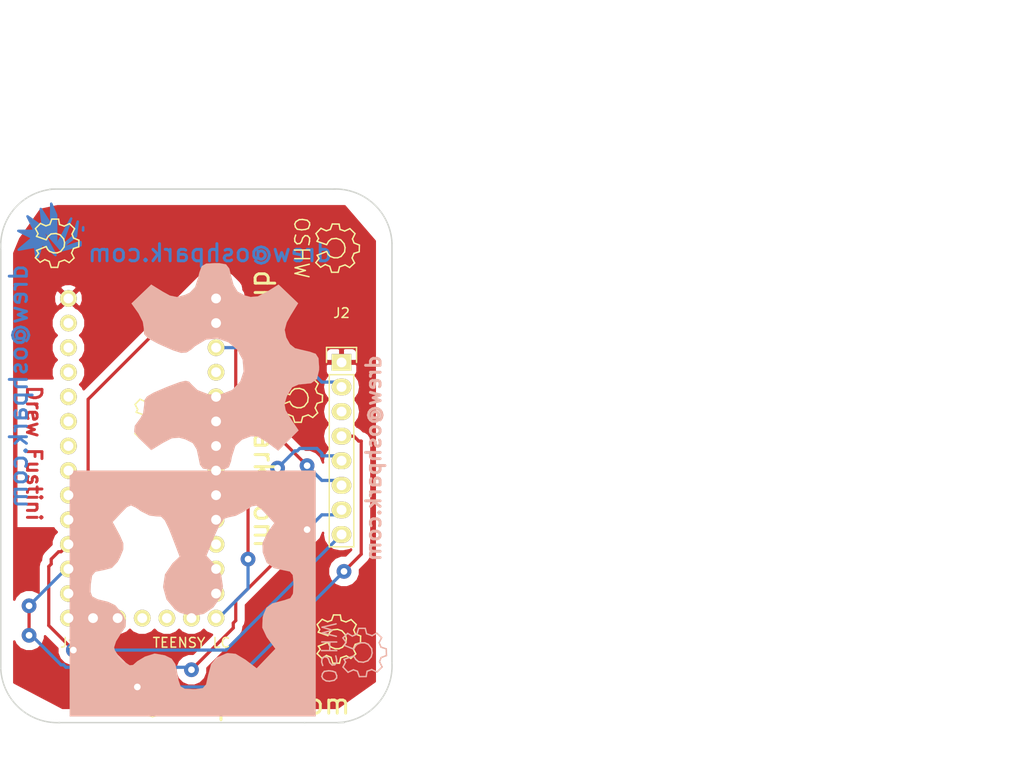
<source format=kicad_pcb>
(kicad_pcb (version 4) (host pcbnew 4.0.2-1.fc23-product)

  (general
    (links 7)
    (no_connects 0)
    (area 65.79318 51.231799 174.090001 136.566454)
    (thickness 1.6)
    (drawings 30)
    (tracks 85)
    (zones 0)
    (modules 10)
    (nets 35)
  )

  (page A4)
  (layers
    (0 F.Cu signal hide)
    (31 B.Cu signal)
    (32 B.Adhes user)
    (33 F.Adhes user)
    (34 B.Paste user)
    (35 F.Paste user)
    (36 B.SilkS user)
    (37 F.SilkS user)
    (38 B.Mask user)
    (39 F.Mask user)
    (40 Dwgs.User user)
    (41 Cmts.User user)
    (42 Eco1.User user)
    (43 Eco2.User user)
    (44 Edge.Cuts user)
    (45 Margin user)
    (46 B.CrtYd user)
    (47 F.CrtYd user)
    (48 B.Fab user)
    (49 F.Fab user)
  )

  (setup
    (last_trace_width 0.3302)
    (trace_clearance 0.762)
    (zone_clearance 0.508)
    (zone_45_only no)
    (trace_min 0.1524)
    (segment_width 0.2)
    (edge_width 0.15)
    (via_size 1.524)
    (via_drill 0.6858)
    (via_min_size 0.6858)
    (via_min_drill 0.3302)
    (uvia_size 0.3)
    (uvia_drill 0.1)
    (uvias_allowed no)
    (uvia_min_size 0)
    (uvia_min_drill 0)
    (pcb_text_width 0.3)
    (pcb_text_size 1.5 1.5)
    (mod_edge_width 0.15)
    (mod_text_size 1 1)
    (mod_text_width 0.15)
    (pad_size 1.524 1.524)
    (pad_drill 0.762)
    (pad_to_mask_clearance 0.2)
    (aux_axis_origin 0 0)
    (visible_elements FFFFF77F)
    (pcbplotparams
      (layerselection 0x00030_80000001)
      (usegerberextensions false)
      (excludeedgelayer true)
      (linewidth 0.100000)
      (plotframeref false)
      (viasonmask false)
      (mode 1)
      (useauxorigin false)
      (hpglpennumber 1)
      (hpglpenspeed 20)
      (hpglpendiameter 15)
      (hpglpenoverlay 2)
      (psnegative false)
      (psa4output false)
      (plotreference true)
      (plotvalue true)
      (plotinvisibletext false)
      (padsonsilk false)
      (subtractmaskfromsilk false)
      (outputformat 1)
      (mirror false)
      (drillshape 1)
      (scaleselection 1)
      (outputdirectory ""))
  )

  (net 0 "")
  (net 1 "Net-(J1-Pad0)")
  (net 2 "Net-(J1-Pad1)")
  (net 3 "Net-(J1-Pad2)")
  (net 4 "Net-(J1-Pad3)")
  (net 5 "Net-(J1-Pad5)")
  (net 6 "Net-(J1-Pad6)")
  (net 7 "Net-(J1-Pad7)")
  (net 8 "Net-(J1-Pad8)")
  (net 9 "Net-(J1-Pad17A)")
  (net 10 "Net-(J1-Pad3V1)")
  (net 11 "Net-(J1-PadG2)")
  (net 12 "Net-(J1-PadPGM)")
  (net 13 "Net-(J1-PadDAC)")
  (net 14 "Net-(J1-Pad16)")
  (net 15 "Net-(J1-Pad17)")
  (net 16 "Net-(J1-PadG3)")
  (net 17 "Net-(J1-Pad22)")
  (net 18 "Net-(J1-PadVIN)")
  (net 19 "Net-(J1-Pad21)")
  (net 20 "Net-(J1-Pad20)")
  (net 21 "Net-(J1-Pad23)")
  (net 22 "Net-(J1-Pad14)")
  (net 23 "Net-(J1-Pad15)")
  (net 24 /CS)
  (net 25 /RST)
  (net 26 /GND)
  (net 27 /VIN)
  (net 28 "Net-(J1-Pad4)")
  (net 29 /Data)
  (net 30 /CLK)
  (net 31 /DC)
  (net 32 "Net-(J1-Pad18)")
  (net 33 "Net-(J1-Pad19)")
  (net 34 "Net-(J2-Pad3)")

  (net_class Default "This is the default net class."
    (clearance 0.762)
    (trace_width 0.3302)
    (via_dia 1.524)
    (via_drill 0.6858)
    (uvia_dia 0.3)
    (uvia_drill 0.1)
    (add_net /CLK)
    (add_net /CS)
    (add_net /DC)
    (add_net /Data)
    (add_net /GND)
    (add_net /RST)
    (add_net /VIN)
    (add_net "Net-(J1-Pad0)")
    (add_net "Net-(J1-Pad1)")
    (add_net "Net-(J1-Pad14)")
    (add_net "Net-(J1-Pad15)")
    (add_net "Net-(J1-Pad16)")
    (add_net "Net-(J1-Pad17)")
    (add_net "Net-(J1-Pad17A)")
    (add_net "Net-(J1-Pad18)")
    (add_net "Net-(J1-Pad19)")
    (add_net "Net-(J1-Pad2)")
    (add_net "Net-(J1-Pad20)")
    (add_net "Net-(J1-Pad21)")
    (add_net "Net-(J1-Pad22)")
    (add_net "Net-(J1-Pad23)")
    (add_net "Net-(J1-Pad3)")
    (add_net "Net-(J1-Pad3V1)")
    (add_net "Net-(J1-Pad4)")
    (add_net "Net-(J1-Pad5)")
    (add_net "Net-(J1-Pad6)")
    (add_net "Net-(J1-Pad7)")
    (add_net "Net-(J1-Pad8)")
    (add_net "Net-(J1-PadDAC)")
    (add_net "Net-(J1-PadG2)")
    (add_net "Net-(J1-PadG3)")
    (add_net "Net-(J1-PadPGM)")
    (add_net "Net-(J1-PadVIN)")
    (add_net "Net-(J2-Pad3)")
  )

  (module Wickerlib:Symbol_OSHW-Logo_SilkScreen (layer F.Cu) (tedit 5773172D) (tstamp 57730F21)
    (at 102.997 82.423 270)
    (descr "Symbol, OSHW-Logo, Silk Screen,")
    (tags "Symbol, OSHW-Logo, Silk Screen,")
    (fp_text reference REF** (at 0.09906 -4.38912 270) (layer F.SilkS) hide
      (effects (font (size 1 1) (thickness 0.15)))
    )
    (fp_text value Symbol_OSHW-Logo_SilkScreen (at 0.30988 6.56082 270) (layer F.Fab)
      (effects (font (size 1 1) (thickness 0.15)))
    )
    (fp_line (start 1.66878 2.68986) (end 2.02946 4.16052) (layer F.SilkS) (width 0.15))
    (fp_line (start 2.02946 4.16052) (end 2.30886 3.0988) (layer F.SilkS) (width 0.15))
    (fp_line (start 2.30886 3.0988) (end 2.61874 4.17068) (layer F.SilkS) (width 0.15))
    (fp_line (start 2.61874 4.17068) (end 2.9591 2.72034) (layer F.SilkS) (width 0.15))
    (fp_line (start 0.24892 3.38074) (end 1.03886 3.37058) (layer F.SilkS) (width 0.15))
    (fp_line (start 1.03886 3.37058) (end 1.04902 3.38074) (layer F.SilkS) (width 0.15))
    (fp_line (start 1.04902 3.38074) (end 1.04902 3.37058) (layer F.SilkS) (width 0.15))
    (fp_line (start 1.08966 2.65938) (end 1.08966 4.20116) (layer F.SilkS) (width 0.15))
    (fp_line (start 0.20066 2.64922) (end 0.20066 4.21894) (layer F.SilkS) (width 0.15))
    (fp_line (start 0.20066 4.21894) (end 0.21082 4.20878) (layer F.SilkS) (width 0.15))
    (fp_line (start -0.35052 2.75082) (end -0.70104 2.66954) (layer F.SilkS) (width 0.15))
    (fp_line (start -0.70104 2.66954) (end -1.02108 2.65938) (layer F.SilkS) (width 0.15))
    (fp_line (start -1.02108 2.65938) (end -1.25984 2.86004) (layer F.SilkS) (width 0.15))
    (fp_line (start -1.25984 2.86004) (end -1.29032 3.12928) (layer F.SilkS) (width 0.15))
    (fp_line (start -1.29032 3.12928) (end -1.04902 3.37058) (layer F.SilkS) (width 0.15))
    (fp_line (start -1.04902 3.37058) (end -0.6604 3.50012) (layer F.SilkS) (width 0.15))
    (fp_line (start -0.6604 3.50012) (end -0.48006 3.66014) (layer F.SilkS) (width 0.15))
    (fp_line (start -0.48006 3.66014) (end -0.43942 3.95986) (layer F.SilkS) (width 0.15))
    (fp_line (start -0.43942 3.95986) (end -0.67056 4.18084) (layer F.SilkS) (width 0.15))
    (fp_line (start -0.67056 4.18084) (end -0.9906 4.20878) (layer F.SilkS) (width 0.15))
    (fp_line (start -0.9906 4.20878) (end -1.34112 4.09956) (layer F.SilkS) (width 0.15))
    (fp_line (start -2.37998 2.64922) (end -2.6289 2.66954) (layer F.SilkS) (width 0.15))
    (fp_line (start -2.6289 2.66954) (end -2.8702 2.91084) (layer F.SilkS) (width 0.15))
    (fp_line (start -2.8702 2.91084) (end -2.9591 3.40106) (layer F.SilkS) (width 0.15))
    (fp_line (start -2.9591 3.40106) (end -2.93116 3.74904) (layer F.SilkS) (width 0.15))
    (fp_line (start -2.93116 3.74904) (end -2.7305 4.06908) (layer F.SilkS) (width 0.15))
    (fp_line (start -2.7305 4.06908) (end -2.47904 4.191) (layer F.SilkS) (width 0.15))
    (fp_line (start -2.47904 4.191) (end -2.16916 4.11988) (layer F.SilkS) (width 0.15))
    (fp_line (start -2.16916 4.11988) (end -1.95072 3.93954) (layer F.SilkS) (width 0.15))
    (fp_line (start -1.95072 3.93954) (end -1.8796 3.4798) (layer F.SilkS) (width 0.15))
    (fp_line (start -1.8796 3.4798) (end -1.9304 3.07086) (layer F.SilkS) (width 0.15))
    (fp_line (start -1.9304 3.07086) (end -2.03962 2.78892) (layer F.SilkS) (width 0.15))
    (fp_line (start -2.03962 2.78892) (end -2.4003 2.65938) (layer F.SilkS) (width 0.15))
    (fp_line (start -1.78054 0.92964) (end -2.03962 1.49098) (layer F.SilkS) (width 0.15))
    (fp_line (start -2.03962 1.49098) (end -1.50114 2.00914) (layer F.SilkS) (width 0.15))
    (fp_line (start -1.50114 2.00914) (end -0.98044 1.7399) (layer F.SilkS) (width 0.15))
    (fp_line (start -0.98044 1.7399) (end -0.70104 1.89992) (layer F.SilkS) (width 0.15))
    (fp_line (start 0.73914 1.8796) (end 1.06934 1.6891) (layer F.SilkS) (width 0.15))
    (fp_line (start 1.06934 1.6891) (end 1.50876 2.0193) (layer F.SilkS) (width 0.15))
    (fp_line (start 1.50876 2.0193) (end 1.9812 1.52908) (layer F.SilkS) (width 0.15))
    (fp_line (start 1.9812 1.52908) (end 1.69926 1.04902) (layer F.SilkS) (width 0.15))
    (fp_line (start 1.69926 1.04902) (end 1.88976 0.57912) (layer F.SilkS) (width 0.15))
    (fp_line (start 1.88976 0.57912) (end 2.49936 0.39116) (layer F.SilkS) (width 0.15))
    (fp_line (start 2.49936 0.39116) (end 2.49936 -0.28956) (layer F.SilkS) (width 0.15))
    (fp_line (start 2.49936 -0.28956) (end 1.94056 -0.42926) (layer F.SilkS) (width 0.15))
    (fp_line (start 1.94056 -0.42926) (end 1.7399 -1.00076) (layer F.SilkS) (width 0.15))
    (fp_line (start 1.7399 -1.00076) (end 2.00914 -1.47066) (layer F.SilkS) (width 0.15))
    (fp_line (start 2.00914 -1.47066) (end 1.53924 -1.9812) (layer F.SilkS) (width 0.15))
    (fp_line (start 1.53924 -1.9812) (end 1.02108 -1.71958) (layer F.SilkS) (width 0.15))
    (fp_line (start 1.02108 -1.71958) (end 0.55118 -1.92024) (layer F.SilkS) (width 0.15))
    (fp_line (start 0.55118 -1.92024) (end 0.381 -2.46126) (layer F.SilkS) (width 0.15))
    (fp_line (start 0.381 -2.46126) (end -0.30988 -2.47904) (layer F.SilkS) (width 0.15))
    (fp_line (start -0.30988 -2.47904) (end -0.5207 -1.9304) (layer F.SilkS) (width 0.15))
    (fp_line (start -0.5207 -1.9304) (end -0.9398 -1.76022) (layer F.SilkS) (width 0.15))
    (fp_line (start -0.9398 -1.76022) (end -1.49098 -2.02946) (layer F.SilkS) (width 0.15))
    (fp_line (start -1.49098 -2.02946) (end -2.00914 -1.50114) (layer F.SilkS) (width 0.15))
    (fp_line (start -2.00914 -1.50114) (end -1.76022 -0.96012) (layer F.SilkS) (width 0.15))
    (fp_line (start -1.76022 -0.96012) (end -1.9304 -0.48006) (layer F.SilkS) (width 0.15))
    (fp_line (start -1.9304 -0.48006) (end -2.47904 -0.381) (layer F.SilkS) (width 0.15))
    (fp_line (start -2.47904 -0.381) (end -2.4892 0.32004) (layer F.SilkS) (width 0.15))
    (fp_line (start -2.4892 0.32004) (end -1.9304 0.5207) (layer F.SilkS) (width 0.15))
    (fp_line (start -1.9304 0.5207) (end -1.7907 0.91948) (layer F.SilkS) (width 0.15))
    (fp_line (start 0.35052 0.89916) (end 0.65024 0.7493) (layer F.SilkS) (width 0.15))
    (fp_line (start 0.65024 0.7493) (end 0.8509 0.55118) (layer F.SilkS) (width 0.15))
    (fp_line (start 0.8509 0.55118) (end 1.00076 0.14986) (layer F.SilkS) (width 0.15))
    (fp_line (start 1.00076 0.14986) (end 1.00076 -0.24892) (layer F.SilkS) (width 0.15))
    (fp_line (start 1.00076 -0.24892) (end 0.8509 -0.59944) (layer F.SilkS) (width 0.15))
    (fp_line (start 0.8509 -0.59944) (end 0.39878 -0.94996) (layer F.SilkS) (width 0.15))
    (fp_line (start 0.39878 -0.94996) (end -0.0508 -1.00076) (layer F.SilkS) (width 0.15))
    (fp_line (start -0.0508 -1.00076) (end -0.44958 -0.89916) (layer F.SilkS) (width 0.15))
    (fp_line (start -0.44958 -0.89916) (end -0.8509 -0.55118) (layer F.SilkS) (width 0.15))
    (fp_line (start -0.8509 -0.55118) (end -1.00076 -0.09906) (layer F.SilkS) (width 0.15))
    (fp_line (start -1.00076 -0.09906) (end -0.94996 0.39878) (layer F.SilkS) (width 0.15))
    (fp_line (start -0.94996 0.39878) (end -0.70104 0.70104) (layer F.SilkS) (width 0.15))
    (fp_line (start -0.70104 0.70104) (end -0.35052 0.89916) (layer F.SilkS) (width 0.15))
    (fp_line (start -0.35052 0.89916) (end -0.70104 1.89992) (layer F.SilkS) (width 0.15))
    (fp_line (start 0.35052 0.89916) (end 0.7493 1.89992) (layer F.SilkS) (width 0.15))
  )

  (module CHIP-DIPs:Symbol_OSHW-Logo_SilkScreen (layer F.Cu) (tedit 57731797) (tstamp 5774CFF2)
    (at 74.041 81.915 270)
    (descr "Symbol, OSHW-Logo, Silk Screen,")
    (tags "Symbol, OSHW-Logo, Silk Screen,")
    (fp_text reference REF** (at 0.09906 -4.38912 270) (layer F.SilkS) hide
      (effects (font (size 1 1) (thickness 0.15)))
    )
    (fp_text value Symbol_OSHW-Logo_SilkScreen (at 0.30988 6.56082 270) (layer F.Fab) hide
      (effects (font (size 1 1) (thickness 0.15)))
    )
    (fp_line (start -1.78054 0.92964) (end -2.03962 1.49098) (layer F.SilkS) (width 0.15))
    (fp_line (start -2.03962 1.49098) (end -1.50114 2.00914) (layer F.SilkS) (width 0.15))
    (fp_line (start -1.50114 2.00914) (end -0.98044 1.7399) (layer F.SilkS) (width 0.15))
    (fp_line (start -0.98044 1.7399) (end -0.70104 1.89992) (layer F.SilkS) (width 0.15))
    (fp_line (start 0.73914 1.8796) (end 1.06934 1.6891) (layer F.SilkS) (width 0.15))
    (fp_line (start 1.06934 1.6891) (end 1.50876 2.0193) (layer F.SilkS) (width 0.15))
    (fp_line (start 1.50876 2.0193) (end 1.9812 1.52908) (layer F.SilkS) (width 0.15))
    (fp_line (start 1.9812 1.52908) (end 1.69926 1.04902) (layer F.SilkS) (width 0.15))
    (fp_line (start 1.69926 1.04902) (end 1.88976 0.57912) (layer F.SilkS) (width 0.15))
    (fp_line (start 1.88976 0.57912) (end 2.49936 0.39116) (layer F.SilkS) (width 0.15))
    (fp_line (start 2.49936 0.39116) (end 2.49936 -0.28956) (layer F.SilkS) (width 0.15))
    (fp_line (start 2.49936 -0.28956) (end 1.94056 -0.42926) (layer F.SilkS) (width 0.15))
    (fp_line (start 1.94056 -0.42926) (end 1.7399 -1.00076) (layer F.SilkS) (width 0.15))
    (fp_line (start 1.7399 -1.00076) (end 2.00914 -1.47066) (layer F.SilkS) (width 0.15))
    (fp_line (start 2.00914 -1.47066) (end 1.53924 -1.9812) (layer F.SilkS) (width 0.15))
    (fp_line (start 1.53924 -1.9812) (end 1.02108 -1.71958) (layer F.SilkS) (width 0.15))
    (fp_line (start 1.02108 -1.71958) (end 0.55118 -1.92024) (layer F.SilkS) (width 0.15))
    (fp_line (start 0.55118 -1.92024) (end 0.381 -2.46126) (layer F.SilkS) (width 0.15))
    (fp_line (start 0.381 -2.46126) (end -0.30988 -2.47904) (layer F.SilkS) (width 0.15))
    (fp_line (start -0.30988 -2.47904) (end -0.5207 -1.9304) (layer F.SilkS) (width 0.15))
    (fp_line (start -0.5207 -1.9304) (end -0.9398 -1.76022) (layer F.SilkS) (width 0.15))
    (fp_line (start -0.9398 -1.76022) (end -1.49098 -2.02946) (layer F.SilkS) (width 0.15))
    (fp_line (start -1.49098 -2.02946) (end -2.00914 -1.50114) (layer F.SilkS) (width 0.15))
    (fp_line (start -2.00914 -1.50114) (end -1.76022 -0.96012) (layer F.SilkS) (width 0.15))
    (fp_line (start -1.76022 -0.96012) (end -1.9304 -0.48006) (layer F.SilkS) (width 0.15))
    (fp_line (start -1.9304 -0.48006) (end -2.47904 -0.381) (layer F.SilkS) (width 0.15))
    (fp_line (start -2.47904 -0.381) (end -2.4892 0.32004) (layer F.SilkS) (width 0.15))
    (fp_line (start -2.4892 0.32004) (end -1.9304 0.5207) (layer F.SilkS) (width 0.15))
    (fp_line (start -1.9304 0.5207) (end -1.7907 0.91948) (layer F.SilkS) (width 0.15))
    (fp_line (start 0.35052 0.89916) (end 0.65024 0.7493) (layer F.SilkS) (width 0.15))
    (fp_line (start 0.65024 0.7493) (end 0.8509 0.55118) (layer F.SilkS) (width 0.15))
    (fp_line (start 0.8509 0.55118) (end 1.00076 0.14986) (layer F.SilkS) (width 0.15))
    (fp_line (start 1.00076 0.14986) (end 1.00076 -0.24892) (layer F.SilkS) (width 0.15))
    (fp_line (start 1.00076 -0.24892) (end 0.8509 -0.59944) (layer F.SilkS) (width 0.15))
    (fp_line (start 0.8509 -0.59944) (end 0.39878 -0.94996) (layer F.SilkS) (width 0.15))
    (fp_line (start 0.39878 -0.94996) (end -0.0508 -1.00076) (layer F.SilkS) (width 0.15))
    (fp_line (start -0.0508 -1.00076) (end -0.44958 -0.89916) (layer F.SilkS) (width 0.15))
    (fp_line (start -0.44958 -0.89916) (end -0.8509 -0.55118) (layer F.SilkS) (width 0.15))
    (fp_line (start -0.8509 -0.55118) (end -1.00076 -0.09906) (layer F.SilkS) (width 0.15))
    (fp_line (start -1.00076 -0.09906) (end -0.94996 0.39878) (layer F.SilkS) (width 0.15))
    (fp_line (start -0.94996 0.39878) (end -0.70104 0.70104) (layer F.SilkS) (width 0.15))
    (fp_line (start -0.70104 0.70104) (end -0.35052 0.89916) (layer F.SilkS) (width 0.15))
    (fp_line (start -0.35052 0.89916) (end -0.70104 1.89992) (layer F.SilkS) (width 0.15))
    (fp_line (start 0.35052 0.89916) (end 0.7493 1.89992) (layer F.SilkS) (width 0.15))
  )

  (module Wickerlib:TEENSY-LC (layer F.Cu) (tedit 57379CE3) (tstamp 57730937)
    (at 85.598 97.79)
    (path /573A858B)
    (fp_text reference J1 (at -10.16 25.4 180) (layer F.SilkS)
      (effects (font (size 1 1) (thickness 0.15)))
    )
    (fp_text value TEENSY-LC (at -2.54 20.32 180) (layer F.Fab)
      (effects (font (size 1 1) (thickness 0.15)))
    )
    (fp_text user "TEENSY LC" (at 2.54 25.4) (layer F.SilkS)
      (effects (font (size 1 1) (thickness 0.15)))
    )
    (fp_line (start -11.43 24.13) (end 6.35 24.13) (layer F.CrtYd) (width 0.1524))
    (fp_line (start -11.43 -11.43) (end -11.43 24.13) (layer F.CrtYd) (width 0.1524))
    (fp_line (start 6.35 -11.43) (end -11.43 -11.43) (layer F.CrtYd) (width 0.1524))
    (fp_line (start 6.35 24.13) (end 6.35 -11.43) (layer F.CrtYd) (width 0.1524))
    (pad G1 thru_hole circle (at -10.16 -10.16) (size 1.7272 1.7272) (drill 1.016) (layers *.Cu *.Mask F.SilkS)
      (net 26 /GND))
    (pad 0 thru_hole circle (at -10.16 -7.62) (size 1.7272 1.7272) (drill 1.016) (layers *.Cu *.Mask F.SilkS)
      (net 1 "Net-(J1-Pad0)"))
    (pad 1 thru_hole circle (at -10.16 -5.08) (size 1.7272 1.7272) (drill 1.016) (layers *.Cu *.Mask F.SilkS)
      (net 2 "Net-(J1-Pad1)"))
    (pad 2 thru_hole circle (at -10.16 -2.54) (size 1.7272 1.7272) (drill 1.016) (layers *.Cu *.Mask F.SilkS)
      (net 3 "Net-(J1-Pad2)"))
    (pad 3 thru_hole circle (at -10.16 0) (size 1.7272 1.7272) (drill 1.016) (layers *.Cu *.Mask F.SilkS)
      (net 4 "Net-(J1-Pad3)"))
    (pad 4 thru_hole circle (at -10.16 2.54) (size 1.7272 1.7272) (drill 1.016) (layers *.Cu *.Mask F.SilkS)
      (net 28 "Net-(J1-Pad4)"))
    (pad 5 thru_hole circle (at -10.16 5.08) (size 1.7272 1.7272) (drill 1.016) (layers *.Cu *.Mask F.SilkS)
      (net 5 "Net-(J1-Pad5)"))
    (pad 6 thru_hole circle (at -10.16 7.62) (size 1.7272 1.7272) (drill 1.016) (layers *.Cu *.Mask F.SilkS)
      (net 6 "Net-(J1-Pad6)"))
    (pad 7 thru_hole circle (at -10.16 10.16) (size 1.7272 1.7272) (drill 1.016) (layers *.Cu *.Mask F.SilkS)
      (net 7 "Net-(J1-Pad7)"))
    (pad 8 thru_hole circle (at -10.16 12.7) (size 1.7272 1.7272) (drill 1.016) (layers *.Cu *.Mask F.SilkS)
      (net 8 "Net-(J1-Pad8)"))
    (pad 9 thru_hole circle (at -10.16 15.24) (size 1.7272 1.7272) (drill 1.016) (layers *.Cu *.Mask F.SilkS)
      (net 29 /Data))
    (pad 10 thru_hole circle (at -10.16 17.78) (size 1.7272 1.7272) (drill 1.016) (layers *.Cu *.Mask F.SilkS)
      (net 30 /CLK))
    (pad 11 thru_hole circle (at -10.16 20.32) (size 1.7272 1.7272) (drill 1.016) (layers *.Cu *.Mask F.SilkS)
      (net 31 /DC))
    (pad 12 thru_hole circle (at -10.16 22.86) (size 1.7272 1.7272) (drill 1.016) (layers *.Cu *.Mask F.SilkS)
      (net 24 /CS))
    (pad 17A thru_hole circle (at -7.62 22.86) (size 1.7272 1.7272) (drill 1.016) (layers *.Cu *.Mask F.SilkS)
      (net 9 "Net-(J1-Pad17A)"))
    (pad 3V1 thru_hole circle (at -5.08 22.86) (size 1.7272 1.7272) (drill 1.016) (layers *.Cu *.Mask F.SilkS)
      (net 10 "Net-(J1-Pad3V1)"))
    (pad G2 thru_hole circle (at -2.54 22.86) (size 1.7272 1.7272) (drill 1.016) (layers *.Cu *.Mask F.SilkS)
      (net 11 "Net-(J1-PadG2)"))
    (pad PGM thru_hole circle (at 0 22.86) (size 1.7272 1.7272) (drill 1.016) (layers *.Cu *.Mask F.SilkS)
      (net 12 "Net-(J1-PadPGM)"))
    (pad DAC thru_hole circle (at 2.54 22.86) (size 1.7272 1.7272) (drill 1.016) (layers *.Cu *.Mask F.SilkS)
      (net 13 "Net-(J1-PadDAC)"))
    (pad 13 thru_hole circle (at 5.08 22.86) (size 1.7272 1.7272) (drill 1.016) (layers *.Cu *.Mask F.SilkS)
      (net 25 /RST))
    (pad 16 thru_hole circle (at 5.08 15.24) (size 1.7272 1.7272) (drill 1.016) (layers *.Cu *.Mask F.SilkS)
      (net 14 "Net-(J1-Pad16)"))
    (pad 3V2 thru_hole circle (at 5.08 -5.08) (size 1.7272 1.7272) (drill 1.016) (layers *.Cu *.Mask F.SilkS)
      (net 27 /VIN))
    (pad 18 thru_hole circle (at 5.08 10.16) (size 1.7272 1.7272) (drill 1.016) (layers *.Cu *.Mask F.SilkS)
      (net 32 "Net-(J1-Pad18)"))
    (pad 17 thru_hole circle (at 5.08 12.7) (size 1.7272 1.7272) (drill 1.016) (layers *.Cu *.Mask F.SilkS)
      (net 15 "Net-(J1-Pad17)"))
    (pad G3 thru_hole circle (at 5.08 -7.62) (size 1.7272 1.7272) (drill 1.016) (layers *.Cu *.Mask F.SilkS)
      (net 16 "Net-(J1-PadG3)"))
    (pad 22 thru_hole circle (at 5.08 0) (size 1.7272 1.7272) (drill 1.016) (layers *.Cu *.Mask F.SilkS)
      (net 17 "Net-(J1-Pad22)"))
    (pad VIN thru_hole circle (at 5.08 -10.16) (size 1.7272 1.7272) (drill 1.016) (layers *.Cu *.Mask F.SilkS)
      (net 18 "Net-(J1-PadVIN)"))
    (pad 21 thru_hole circle (at 5.08 2.54) (size 1.7272 1.7272) (drill 1.016) (layers *.Cu *.Mask F.SilkS)
      (net 19 "Net-(J1-Pad21)"))
    (pad 20 thru_hole circle (at 5.08 5.08) (size 1.7272 1.7272) (drill 1.016) (layers *.Cu *.Mask F.SilkS)
      (net 20 "Net-(J1-Pad20)"))
    (pad 19 thru_hole circle (at 5.08 7.62) (size 1.7272 1.7272) (drill 1.016) (layers *.Cu *.Mask F.SilkS)
      (net 33 "Net-(J1-Pad19)"))
    (pad 23 thru_hole circle (at 5.08 -2.54) (size 1.7272 1.7272) (drill 1.016) (layers *.Cu *.Mask F.SilkS)
      (net 21 "Net-(J1-Pad23)"))
    (pad 14 thru_hole circle (at 5.08 20.32) (size 1.7272 1.7272) (drill 1.016) (layers *.Cu *.Mask F.SilkS)
      (net 22 "Net-(J1-Pad14)"))
    (pad 15 thru_hole circle (at 5.08 17.78) (size 1.7272 1.7272) (drill 1.016) (layers *.Cu *.Mask F.SilkS)
      (net 23 "Net-(J1-Pad15)"))
  )

  (module Wickerlib:Pin_Header_Straight_1x08 (layer F.Cu) (tedit 0) (tstamp 57730943)
    (at 103.632 94.234)
    (descr "Through hole pin header")
    (tags "pin header")
    (path /573AD5FE)
    (fp_text reference J2 (at 0 -5.1) (layer F.SilkS)
      (effects (font (size 1 1) (thickness 0.15)))
    )
    (fp_text value OLED_128x64 (at 0 -3.1) (layer F.Fab)
      (effects (font (size 1 1) (thickness 0.15)))
    )
    (fp_line (start -1.75 -1.75) (end -1.75 19.55) (layer F.CrtYd) (width 0.05))
    (fp_line (start 1.75 -1.75) (end 1.75 19.55) (layer F.CrtYd) (width 0.05))
    (fp_line (start -1.75 -1.75) (end 1.75 -1.75) (layer F.CrtYd) (width 0.05))
    (fp_line (start -1.75 19.55) (end 1.75 19.55) (layer F.CrtYd) (width 0.05))
    (fp_line (start 1.27 1.27) (end 1.27 19.05) (layer F.SilkS) (width 0.15))
    (fp_line (start 1.27 19.05) (end -1.27 19.05) (layer F.SilkS) (width 0.15))
    (fp_line (start -1.27 19.05) (end -1.27 1.27) (layer F.SilkS) (width 0.15))
    (fp_line (start 1.55 -1.55) (end 1.55 0) (layer F.SilkS) (width 0.15))
    (fp_line (start 1.27 1.27) (end -1.27 1.27) (layer F.SilkS) (width 0.15))
    (fp_line (start -1.55 0) (end -1.55 -1.55) (layer F.SilkS) (width 0.15))
    (fp_line (start -1.55 -1.55) (end 1.55 -1.55) (layer F.SilkS) (width 0.15))
    (pad 1 thru_hole rect (at 0 0) (size 2.032 1.7272) (drill 1.016) (layers *.Cu *.Mask F.SilkS)
      (net 26 /GND))
    (pad 2 thru_hole oval (at 0 2.54) (size 2.032 1.7272) (drill 1.016) (layers *.Cu *.Mask F.SilkS)
      (net 27 /VIN))
    (pad 3 thru_hole oval (at 0 5.08) (size 2.032 1.7272) (drill 1.016) (layers *.Cu *.Mask F.SilkS)
      (net 34 "Net-(J2-Pad3)"))
    (pad 4 thru_hole oval (at 0 7.62) (size 2.032 1.7272) (drill 1.016) (layers *.Cu *.Mask F.SilkS)
      (net 24 /CS))
    (pad 5 thru_hole oval (at 0 10.16) (size 2.032 1.7272) (drill 1.016) (layers *.Cu *.Mask F.SilkS)
      (net 25 /RST))
    (pad 6 thru_hole oval (at 0 12.7) (size 2.032 1.7272) (drill 1.016) (layers *.Cu *.Mask F.SilkS)
      (net 31 /DC))
    (pad 7 thru_hole oval (at 0 15.24) (size 2.032 1.7272) (drill 1.016) (layers *.Cu *.Mask F.SilkS)
      (net 30 /CLK))
    (pad 8 thru_hole oval (at 0 17.78) (size 2.032 1.7272) (drill 1.016) (layers *.Cu *.Mask F.SilkS)
      (net 29 /Data))
    (model Pin_Headers.3dshapes/Pin_Header_Straight_1x08.wrl
      (at (xyz 0 -0.35 0))
      (scale (xyz 1 1 1))
      (rotate (xyz 0 0 90))
    )
  )

  (module CHIP-DIPs:Symbol_OSHW-Logo_SilkScreen (layer F.Cu) (tedit 572EAEC9) (tstamp 57730DEA)
    (at 103.124 122.809 270)
    (descr "Symbol, OSHW-Logo, Silk Screen,")
    (tags "Symbol, OSHW-Logo, Silk Screen,")
    (fp_text reference REF** (at 0.09906 -4.38912 270) (layer F.SilkS) hide
      (effects (font (size 1 1) (thickness 0.15)))
    )
    (fp_text value Symbol_OSHW-Logo_SilkScreen (at 0.30988 6.56082 270) (layer F.Fab) hide
      (effects (font (size 1 1) (thickness 0.15)))
    )
    (fp_line (start -1.78054 0.92964) (end -2.03962 1.49098) (layer F.SilkS) (width 0.15))
    (fp_line (start -2.03962 1.49098) (end -1.50114 2.00914) (layer F.SilkS) (width 0.15))
    (fp_line (start -1.50114 2.00914) (end -0.98044 1.7399) (layer F.SilkS) (width 0.15))
    (fp_line (start -0.98044 1.7399) (end -0.70104 1.89992) (layer F.SilkS) (width 0.15))
    (fp_line (start 0.73914 1.8796) (end 1.06934 1.6891) (layer F.SilkS) (width 0.15))
    (fp_line (start 1.06934 1.6891) (end 1.50876 2.0193) (layer F.SilkS) (width 0.15))
    (fp_line (start 1.50876 2.0193) (end 1.9812 1.52908) (layer F.SilkS) (width 0.15))
    (fp_line (start 1.9812 1.52908) (end 1.69926 1.04902) (layer F.SilkS) (width 0.15))
    (fp_line (start 1.69926 1.04902) (end 1.88976 0.57912) (layer F.SilkS) (width 0.15))
    (fp_line (start 1.88976 0.57912) (end 2.49936 0.39116) (layer F.SilkS) (width 0.15))
    (fp_line (start 2.49936 0.39116) (end 2.49936 -0.28956) (layer F.SilkS) (width 0.15))
    (fp_line (start 2.49936 -0.28956) (end 1.94056 -0.42926) (layer F.SilkS) (width 0.15))
    (fp_line (start 1.94056 -0.42926) (end 1.7399 -1.00076) (layer F.SilkS) (width 0.15))
    (fp_line (start 1.7399 -1.00076) (end 2.00914 -1.47066) (layer F.SilkS) (width 0.15))
    (fp_line (start 2.00914 -1.47066) (end 1.53924 -1.9812) (layer F.SilkS) (width 0.15))
    (fp_line (start 1.53924 -1.9812) (end 1.02108 -1.71958) (layer F.SilkS) (width 0.15))
    (fp_line (start 1.02108 -1.71958) (end 0.55118 -1.92024) (layer F.SilkS) (width 0.15))
    (fp_line (start 0.55118 -1.92024) (end 0.381 -2.46126) (layer F.SilkS) (width 0.15))
    (fp_line (start 0.381 -2.46126) (end -0.30988 -2.47904) (layer F.SilkS) (width 0.15))
    (fp_line (start -0.30988 -2.47904) (end -0.5207 -1.9304) (layer F.SilkS) (width 0.15))
    (fp_line (start -0.5207 -1.9304) (end -0.9398 -1.76022) (layer F.SilkS) (width 0.15))
    (fp_line (start -0.9398 -1.76022) (end -1.49098 -2.02946) (layer F.SilkS) (width 0.15))
    (fp_line (start -1.49098 -2.02946) (end -2.00914 -1.50114) (layer F.SilkS) (width 0.15))
    (fp_line (start -2.00914 -1.50114) (end -1.76022 -0.96012) (layer F.SilkS) (width 0.15))
    (fp_line (start -1.76022 -0.96012) (end -1.9304 -0.48006) (layer F.SilkS) (width 0.15))
    (fp_line (start -1.9304 -0.48006) (end -2.47904 -0.381) (layer F.SilkS) (width 0.15))
    (fp_line (start -2.47904 -0.381) (end -2.4892 0.32004) (layer F.SilkS) (width 0.15))
    (fp_line (start -2.4892 0.32004) (end -1.9304 0.5207) (layer F.SilkS) (width 0.15))
    (fp_line (start -1.9304 0.5207) (end -1.7907 0.91948) (layer F.SilkS) (width 0.15))
    (fp_line (start 0.35052 0.89916) (end 0.65024 0.7493) (layer F.SilkS) (width 0.15))
    (fp_line (start 0.65024 0.7493) (end 0.8509 0.55118) (layer F.SilkS) (width 0.15))
    (fp_line (start 0.8509 0.55118) (end 1.00076 0.14986) (layer F.SilkS) (width 0.15))
    (fp_line (start 1.00076 0.14986) (end 1.00076 -0.24892) (layer F.SilkS) (width 0.15))
    (fp_line (start 1.00076 -0.24892) (end 0.8509 -0.59944) (layer F.SilkS) (width 0.15))
    (fp_line (start 0.8509 -0.59944) (end 0.39878 -0.94996) (layer F.SilkS) (width 0.15))
    (fp_line (start 0.39878 -0.94996) (end -0.0508 -1.00076) (layer F.SilkS) (width 0.15))
    (fp_line (start -0.0508 -1.00076) (end -0.44958 -0.89916) (layer F.SilkS) (width 0.15))
    (fp_line (start -0.44958 -0.89916) (end -0.8509 -0.55118) (layer F.SilkS) (width 0.15))
    (fp_line (start -0.8509 -0.55118) (end -1.00076 -0.09906) (layer F.SilkS) (width 0.15))
    (fp_line (start -1.00076 -0.09906) (end -0.94996 0.39878) (layer F.SilkS) (width 0.15))
    (fp_line (start -0.94996 0.39878) (end -0.70104 0.70104) (layer F.SilkS) (width 0.15))
    (fp_line (start -0.70104 0.70104) (end -0.35052 0.89916) (layer F.SilkS) (width 0.15))
    (fp_line (start -0.35052 0.89916) (end -0.70104 1.89992) (layer F.SilkS) (width 0.15))
    (fp_line (start 0.35052 0.89916) (end 0.7493 1.89992) (layer F.SilkS) (width 0.15))
  )

  (module CHIP-DIPs:Symbol_OSHW-Logo_SilkScreen (layer F.Cu) (tedit 572EAEC9) (tstamp 57730E4D)
    (at 99.187 97.917 270)
    (descr "Symbol, OSHW-Logo, Silk Screen,")
    (tags "Symbol, OSHW-Logo, Silk Screen,")
    (fp_text reference REF** (at 0.09906 -4.38912 270) (layer F.SilkS) hide
      (effects (font (size 1 1) (thickness 0.15)))
    )
    (fp_text value Symbol_OSHW-Logo_SilkScreen (at 0.30988 6.56082 270) (layer F.Fab) hide
      (effects (font (size 1 1) (thickness 0.15)))
    )
    (fp_line (start -1.78054 0.92964) (end -2.03962 1.49098) (layer F.SilkS) (width 0.15))
    (fp_line (start -2.03962 1.49098) (end -1.50114 2.00914) (layer F.SilkS) (width 0.15))
    (fp_line (start -1.50114 2.00914) (end -0.98044 1.7399) (layer F.SilkS) (width 0.15))
    (fp_line (start -0.98044 1.7399) (end -0.70104 1.89992) (layer F.SilkS) (width 0.15))
    (fp_line (start 0.73914 1.8796) (end 1.06934 1.6891) (layer F.SilkS) (width 0.15))
    (fp_line (start 1.06934 1.6891) (end 1.50876 2.0193) (layer F.SilkS) (width 0.15))
    (fp_line (start 1.50876 2.0193) (end 1.9812 1.52908) (layer F.SilkS) (width 0.15))
    (fp_line (start 1.9812 1.52908) (end 1.69926 1.04902) (layer F.SilkS) (width 0.15))
    (fp_line (start 1.69926 1.04902) (end 1.88976 0.57912) (layer F.SilkS) (width 0.15))
    (fp_line (start 1.88976 0.57912) (end 2.49936 0.39116) (layer F.SilkS) (width 0.15))
    (fp_line (start 2.49936 0.39116) (end 2.49936 -0.28956) (layer F.SilkS) (width 0.15))
    (fp_line (start 2.49936 -0.28956) (end 1.94056 -0.42926) (layer F.SilkS) (width 0.15))
    (fp_line (start 1.94056 -0.42926) (end 1.7399 -1.00076) (layer F.SilkS) (width 0.15))
    (fp_line (start 1.7399 -1.00076) (end 2.00914 -1.47066) (layer F.SilkS) (width 0.15))
    (fp_line (start 2.00914 -1.47066) (end 1.53924 -1.9812) (layer F.SilkS) (width 0.15))
    (fp_line (start 1.53924 -1.9812) (end 1.02108 -1.71958) (layer F.SilkS) (width 0.15))
    (fp_line (start 1.02108 -1.71958) (end 0.55118 -1.92024) (layer F.SilkS) (width 0.15))
    (fp_line (start 0.55118 -1.92024) (end 0.381 -2.46126) (layer F.SilkS) (width 0.15))
    (fp_line (start 0.381 -2.46126) (end -0.30988 -2.47904) (layer F.SilkS) (width 0.15))
    (fp_line (start -0.30988 -2.47904) (end -0.5207 -1.9304) (layer F.SilkS) (width 0.15))
    (fp_line (start -0.5207 -1.9304) (end -0.9398 -1.76022) (layer F.SilkS) (width 0.15))
    (fp_line (start -0.9398 -1.76022) (end -1.49098 -2.02946) (layer F.SilkS) (width 0.15))
    (fp_line (start -1.49098 -2.02946) (end -2.00914 -1.50114) (layer F.SilkS) (width 0.15))
    (fp_line (start -2.00914 -1.50114) (end -1.76022 -0.96012) (layer F.SilkS) (width 0.15))
    (fp_line (start -1.76022 -0.96012) (end -1.9304 -0.48006) (layer F.SilkS) (width 0.15))
    (fp_line (start -1.9304 -0.48006) (end -2.47904 -0.381) (layer F.SilkS) (width 0.15))
    (fp_line (start -2.47904 -0.381) (end -2.4892 0.32004) (layer F.SilkS) (width 0.15))
    (fp_line (start -2.4892 0.32004) (end -1.9304 0.5207) (layer F.SilkS) (width 0.15))
    (fp_line (start -1.9304 0.5207) (end -1.7907 0.91948) (layer F.SilkS) (width 0.15))
    (fp_line (start 0.35052 0.89916) (end 0.65024 0.7493) (layer F.SilkS) (width 0.15))
    (fp_line (start 0.65024 0.7493) (end 0.8509 0.55118) (layer F.SilkS) (width 0.15))
    (fp_line (start 0.8509 0.55118) (end 1.00076 0.14986) (layer F.SilkS) (width 0.15))
    (fp_line (start 1.00076 0.14986) (end 1.00076 -0.24892) (layer F.SilkS) (width 0.15))
    (fp_line (start 1.00076 -0.24892) (end 0.8509 -0.59944) (layer F.SilkS) (width 0.15))
    (fp_line (start 0.8509 -0.59944) (end 0.39878 -0.94996) (layer F.SilkS) (width 0.15))
    (fp_line (start 0.39878 -0.94996) (end -0.0508 -1.00076) (layer F.SilkS) (width 0.15))
    (fp_line (start -0.0508 -1.00076) (end -0.44958 -0.89916) (layer F.SilkS) (width 0.15))
    (fp_line (start -0.44958 -0.89916) (end -0.8509 -0.55118) (layer F.SilkS) (width 0.15))
    (fp_line (start -0.8509 -0.55118) (end -1.00076 -0.09906) (layer F.SilkS) (width 0.15))
    (fp_line (start -1.00076 -0.09906) (end -0.94996 0.39878) (layer F.SilkS) (width 0.15))
    (fp_line (start -0.94996 0.39878) (end -0.70104 0.70104) (layer F.SilkS) (width 0.15))
    (fp_line (start -0.70104 0.70104) (end -0.35052 0.89916) (layer F.SilkS) (width 0.15))
    (fp_line (start -0.35052 0.89916) (end -0.70104 1.89992) (layer F.SilkS) (width 0.15))
    (fp_line (start 0.35052 0.89916) (end 0.7493 1.89992) (layer F.SilkS) (width 0.15))
  )

  (module CHIP-DIPs:Symbol_OSHW-Logo_SilkScreen (layer F.Cu) (tedit 572EAEC9) (tstamp 57730EF6)
    (at 84.328 100.076 270)
    (descr "Symbol, OSHW-Logo, Silk Screen,")
    (tags "Symbol, OSHW-Logo, Silk Screen,")
    (fp_text reference REF** (at 0.09906 -4.38912 270) (layer F.SilkS) hide
      (effects (font (size 1 1) (thickness 0.15)))
    )
    (fp_text value Symbol_OSHW-Logo_SilkScreen (at 0.30988 6.56082 270) (layer F.Fab) hide
      (effects (font (size 1 1) (thickness 0.15)))
    )
    (fp_line (start -1.78054 0.92964) (end -2.03962 1.49098) (layer F.SilkS) (width 0.15))
    (fp_line (start -2.03962 1.49098) (end -1.50114 2.00914) (layer F.SilkS) (width 0.15))
    (fp_line (start -1.50114 2.00914) (end -0.98044 1.7399) (layer F.SilkS) (width 0.15))
    (fp_line (start -0.98044 1.7399) (end -0.70104 1.89992) (layer F.SilkS) (width 0.15))
    (fp_line (start 0.73914 1.8796) (end 1.06934 1.6891) (layer F.SilkS) (width 0.15))
    (fp_line (start 1.06934 1.6891) (end 1.50876 2.0193) (layer F.SilkS) (width 0.15))
    (fp_line (start 1.50876 2.0193) (end 1.9812 1.52908) (layer F.SilkS) (width 0.15))
    (fp_line (start 1.9812 1.52908) (end 1.69926 1.04902) (layer F.SilkS) (width 0.15))
    (fp_line (start 1.69926 1.04902) (end 1.88976 0.57912) (layer F.SilkS) (width 0.15))
    (fp_line (start 1.88976 0.57912) (end 2.49936 0.39116) (layer F.SilkS) (width 0.15))
    (fp_line (start 2.49936 0.39116) (end 2.49936 -0.28956) (layer F.SilkS) (width 0.15))
    (fp_line (start 2.49936 -0.28956) (end 1.94056 -0.42926) (layer F.SilkS) (width 0.15))
    (fp_line (start 1.94056 -0.42926) (end 1.7399 -1.00076) (layer F.SilkS) (width 0.15))
    (fp_line (start 1.7399 -1.00076) (end 2.00914 -1.47066) (layer F.SilkS) (width 0.15))
    (fp_line (start 2.00914 -1.47066) (end 1.53924 -1.9812) (layer F.SilkS) (width 0.15))
    (fp_line (start 1.53924 -1.9812) (end 1.02108 -1.71958) (layer F.SilkS) (width 0.15))
    (fp_line (start 1.02108 -1.71958) (end 0.55118 -1.92024) (layer F.SilkS) (width 0.15))
    (fp_line (start 0.55118 -1.92024) (end 0.381 -2.46126) (layer F.SilkS) (width 0.15))
    (fp_line (start 0.381 -2.46126) (end -0.30988 -2.47904) (layer F.SilkS) (width 0.15))
    (fp_line (start -0.30988 -2.47904) (end -0.5207 -1.9304) (layer F.SilkS) (width 0.15))
    (fp_line (start -0.5207 -1.9304) (end -0.9398 -1.76022) (layer F.SilkS) (width 0.15))
    (fp_line (start -0.9398 -1.76022) (end -1.49098 -2.02946) (layer F.SilkS) (width 0.15))
    (fp_line (start -1.49098 -2.02946) (end -2.00914 -1.50114) (layer F.SilkS) (width 0.15))
    (fp_line (start -2.00914 -1.50114) (end -1.76022 -0.96012) (layer F.SilkS) (width 0.15))
    (fp_line (start -1.76022 -0.96012) (end -1.9304 -0.48006) (layer F.SilkS) (width 0.15))
    (fp_line (start -1.9304 -0.48006) (end -2.47904 -0.381) (layer F.SilkS) (width 0.15))
    (fp_line (start -2.47904 -0.381) (end -2.4892 0.32004) (layer F.SilkS) (width 0.15))
    (fp_line (start -2.4892 0.32004) (end -1.9304 0.5207) (layer F.SilkS) (width 0.15))
    (fp_line (start -1.9304 0.5207) (end -1.7907 0.91948) (layer F.SilkS) (width 0.15))
    (fp_line (start 0.35052 0.89916) (end 0.65024 0.7493) (layer F.SilkS) (width 0.15))
    (fp_line (start 0.65024 0.7493) (end 0.8509 0.55118) (layer F.SilkS) (width 0.15))
    (fp_line (start 0.8509 0.55118) (end 1.00076 0.14986) (layer F.SilkS) (width 0.15))
    (fp_line (start 1.00076 0.14986) (end 1.00076 -0.24892) (layer F.SilkS) (width 0.15))
    (fp_line (start 1.00076 -0.24892) (end 0.8509 -0.59944) (layer F.SilkS) (width 0.15))
    (fp_line (start 0.8509 -0.59944) (end 0.39878 -0.94996) (layer F.SilkS) (width 0.15))
    (fp_line (start 0.39878 -0.94996) (end -0.0508 -1.00076) (layer F.SilkS) (width 0.15))
    (fp_line (start -0.0508 -1.00076) (end -0.44958 -0.89916) (layer F.SilkS) (width 0.15))
    (fp_line (start -0.44958 -0.89916) (end -0.8509 -0.55118) (layer F.SilkS) (width 0.15))
    (fp_line (start -0.8509 -0.55118) (end -1.00076 -0.09906) (layer F.SilkS) (width 0.15))
    (fp_line (start -1.00076 -0.09906) (end -0.94996 0.39878) (layer F.SilkS) (width 0.15))
    (fp_line (start -0.94996 0.39878) (end -0.70104 0.70104) (layer F.SilkS) (width 0.15))
    (fp_line (start -0.70104 0.70104) (end -0.35052 0.89916) (layer F.SilkS) (width 0.15))
    (fp_line (start -0.35052 0.89916) (end -0.70104 1.89992) (layer F.SilkS) (width 0.15))
    (fp_line (start 0.35052 0.89916) (end 0.7493 1.89992) (layer F.SilkS) (width 0.15))
  )

  (module Wickerlib:Symbol_OSHW-Logo_SilkScreen (layer B.Cu) (tedit 577317AE) (tstamp 57731038)
    (at 105.791 124.206 90)
    (descr "Symbol, OSHW-Logo, Silk Screen,")
    (tags "Symbol, OSHW-Logo, Silk Screen,")
    (fp_text reference REF** (at 0.09906 4.38912 90) (layer B.SilkS) hide
      (effects (font (size 1 1) (thickness 0.15)) (justify mirror))
    )
    (fp_text value Symbol_OSHW-Logo_SilkScreen (at 0.30988 -6.56082 90) (layer B.Fab)
      (effects (font (size 1 1) (thickness 0.15)) (justify mirror))
    )
    (fp_line (start 1.66878 -2.68986) (end 2.02946 -4.16052) (layer B.SilkS) (width 0.15))
    (fp_line (start 2.02946 -4.16052) (end 2.30886 -3.0988) (layer B.SilkS) (width 0.15))
    (fp_line (start 2.30886 -3.0988) (end 2.61874 -4.17068) (layer B.SilkS) (width 0.15))
    (fp_line (start 2.61874 -4.17068) (end 2.9591 -2.72034) (layer B.SilkS) (width 0.15))
    (fp_line (start 0.24892 -3.38074) (end 1.03886 -3.37058) (layer B.SilkS) (width 0.15))
    (fp_line (start 1.03886 -3.37058) (end 1.04902 -3.38074) (layer B.SilkS) (width 0.15))
    (fp_line (start 1.04902 -3.38074) (end 1.04902 -3.37058) (layer B.SilkS) (width 0.15))
    (fp_line (start 1.08966 -2.65938) (end 1.08966 -4.20116) (layer B.SilkS) (width 0.15))
    (fp_line (start 0.20066 -2.64922) (end 0.20066 -4.21894) (layer B.SilkS) (width 0.15))
    (fp_line (start 0.20066 -4.21894) (end 0.21082 -4.20878) (layer B.SilkS) (width 0.15))
    (fp_line (start -0.35052 -2.75082) (end -0.70104 -2.66954) (layer B.SilkS) (width 0.15))
    (fp_line (start -0.70104 -2.66954) (end -1.02108 -2.65938) (layer B.SilkS) (width 0.15))
    (fp_line (start -1.02108 -2.65938) (end -1.25984 -2.86004) (layer B.SilkS) (width 0.15))
    (fp_line (start -1.25984 -2.86004) (end -1.29032 -3.12928) (layer B.SilkS) (width 0.15))
    (fp_line (start -1.29032 -3.12928) (end -1.04902 -3.37058) (layer B.SilkS) (width 0.15))
    (fp_line (start -1.04902 -3.37058) (end -0.6604 -3.50012) (layer B.SilkS) (width 0.15))
    (fp_line (start -0.6604 -3.50012) (end -0.48006 -3.66014) (layer B.SilkS) (width 0.15))
    (fp_line (start -0.48006 -3.66014) (end -0.43942 -3.95986) (layer B.SilkS) (width 0.15))
    (fp_line (start -0.43942 -3.95986) (end -0.67056 -4.18084) (layer B.SilkS) (width 0.15))
    (fp_line (start -0.67056 -4.18084) (end -0.9906 -4.20878) (layer B.SilkS) (width 0.15))
    (fp_line (start -0.9906 -4.20878) (end -1.34112 -4.09956) (layer B.SilkS) (width 0.15))
    (fp_line (start -2.37998 -2.64922) (end -2.6289 -2.66954) (layer B.SilkS) (width 0.15))
    (fp_line (start -2.6289 -2.66954) (end -2.8702 -2.91084) (layer B.SilkS) (width 0.15))
    (fp_line (start -2.8702 -2.91084) (end -2.9591 -3.40106) (layer B.SilkS) (width 0.15))
    (fp_line (start -2.9591 -3.40106) (end -2.93116 -3.74904) (layer B.SilkS) (width 0.15))
    (fp_line (start -2.93116 -3.74904) (end -2.7305 -4.06908) (layer B.SilkS) (width 0.15))
    (fp_line (start -2.7305 -4.06908) (end -2.47904 -4.191) (layer B.SilkS) (width 0.15))
    (fp_line (start -2.47904 -4.191) (end -2.16916 -4.11988) (layer B.SilkS) (width 0.15))
    (fp_line (start -2.16916 -4.11988) (end -1.95072 -3.93954) (layer B.SilkS) (width 0.15))
    (fp_line (start -1.95072 -3.93954) (end -1.8796 -3.4798) (layer B.SilkS) (width 0.15))
    (fp_line (start -1.8796 -3.4798) (end -1.9304 -3.07086) (layer B.SilkS) (width 0.15))
    (fp_line (start -1.9304 -3.07086) (end -2.03962 -2.78892) (layer B.SilkS) (width 0.15))
    (fp_line (start -2.03962 -2.78892) (end -2.4003 -2.65938) (layer B.SilkS) (width 0.15))
    (fp_line (start -1.78054 -0.92964) (end -2.03962 -1.49098) (layer B.SilkS) (width 0.15))
    (fp_line (start -2.03962 -1.49098) (end -1.50114 -2.00914) (layer B.SilkS) (width 0.15))
    (fp_line (start -1.50114 -2.00914) (end -0.98044 -1.7399) (layer B.SilkS) (width 0.15))
    (fp_line (start -0.98044 -1.7399) (end -0.70104 -1.89992) (layer B.SilkS) (width 0.15))
    (fp_line (start 0.73914 -1.8796) (end 1.06934 -1.6891) (layer B.SilkS) (width 0.15))
    (fp_line (start 1.06934 -1.6891) (end 1.50876 -2.0193) (layer B.SilkS) (width 0.15))
    (fp_line (start 1.50876 -2.0193) (end 1.9812 -1.52908) (layer B.SilkS) (width 0.15))
    (fp_line (start 1.9812 -1.52908) (end 1.69926 -1.04902) (layer B.SilkS) (width 0.15))
    (fp_line (start 1.69926 -1.04902) (end 1.88976 -0.57912) (layer B.SilkS) (width 0.15))
    (fp_line (start 1.88976 -0.57912) (end 2.49936 -0.39116) (layer B.SilkS) (width 0.15))
    (fp_line (start 2.49936 -0.39116) (end 2.49936 0.28956) (layer B.SilkS) (width 0.15))
    (fp_line (start 2.49936 0.28956) (end 1.94056 0.42926) (layer B.SilkS) (width 0.15))
    (fp_line (start 1.94056 0.42926) (end 1.7399 1.00076) (layer B.SilkS) (width 0.15))
    (fp_line (start 1.7399 1.00076) (end 2.00914 1.47066) (layer B.SilkS) (width 0.15))
    (fp_line (start 2.00914 1.47066) (end 1.53924 1.9812) (layer B.SilkS) (width 0.15))
    (fp_line (start 1.53924 1.9812) (end 1.02108 1.71958) (layer B.SilkS) (width 0.15))
    (fp_line (start 1.02108 1.71958) (end 0.55118 1.92024) (layer B.SilkS) (width 0.15))
    (fp_line (start 0.55118 1.92024) (end 0.381 2.46126) (layer B.SilkS) (width 0.15))
    (fp_line (start 0.381 2.46126) (end -0.30988 2.47904) (layer B.SilkS) (width 0.15))
    (fp_line (start -0.30988 2.47904) (end -0.5207 1.9304) (layer B.SilkS) (width 0.15))
    (fp_line (start -0.5207 1.9304) (end -0.9398 1.76022) (layer B.SilkS) (width 0.15))
    (fp_line (start -0.9398 1.76022) (end -1.49098 2.02946) (layer B.SilkS) (width 0.15))
    (fp_line (start -1.49098 2.02946) (end -2.00914 1.50114) (layer B.SilkS) (width 0.15))
    (fp_line (start -2.00914 1.50114) (end -1.76022 0.96012) (layer B.SilkS) (width 0.15))
    (fp_line (start -1.76022 0.96012) (end -1.9304 0.48006) (layer B.SilkS) (width 0.15))
    (fp_line (start -1.9304 0.48006) (end -2.47904 0.381) (layer B.SilkS) (width 0.15))
    (fp_line (start -2.47904 0.381) (end -2.4892 -0.32004) (layer B.SilkS) (width 0.15))
    (fp_line (start -2.4892 -0.32004) (end -1.9304 -0.5207) (layer B.SilkS) (width 0.15))
    (fp_line (start -1.9304 -0.5207) (end -1.7907 -0.91948) (layer B.SilkS) (width 0.15))
    (fp_line (start 0.35052 -0.89916) (end 0.65024 -0.7493) (layer B.SilkS) (width 0.15))
    (fp_line (start 0.65024 -0.7493) (end 0.8509 -0.55118) (layer B.SilkS) (width 0.15))
    (fp_line (start 0.8509 -0.55118) (end 1.00076 -0.14986) (layer B.SilkS) (width 0.15))
    (fp_line (start 1.00076 -0.14986) (end 1.00076 0.24892) (layer B.SilkS) (width 0.15))
    (fp_line (start 1.00076 0.24892) (end 0.8509 0.59944) (layer B.SilkS) (width 0.15))
    (fp_line (start 0.8509 0.59944) (end 0.39878 0.94996) (layer B.SilkS) (width 0.15))
    (fp_line (start 0.39878 0.94996) (end -0.0508 1.00076) (layer B.SilkS) (width 0.15))
    (fp_line (start -0.0508 1.00076) (end -0.44958 0.89916) (layer B.SilkS) (width 0.15))
    (fp_line (start -0.44958 0.89916) (end -0.8509 0.55118) (layer B.SilkS) (width 0.15))
    (fp_line (start -0.8509 0.55118) (end -1.00076 0.09906) (layer B.SilkS) (width 0.15))
    (fp_line (start -1.00076 0.09906) (end -0.94996 -0.39878) (layer B.SilkS) (width 0.15))
    (fp_line (start -0.94996 -0.39878) (end -0.70104 -0.70104) (layer B.SilkS) (width 0.15))
    (fp_line (start -0.70104 -0.70104) (end -0.35052 -0.89916) (layer B.SilkS) (width 0.15))
    (fp_line (start -0.35052 -0.89916) (end -0.70104 -1.89992) (layer B.SilkS) (width 0.15))
    (fp_line (start 0.35052 -0.89916) (end 0.7493 -1.89992) (layer B.SilkS) (width 0.15))
  )

  (module teensy-big-oled:oshw-1-front-silk-normal (layer B.Cu) (tedit 0) (tstamp 5774D875)
    (at 88.265 118.11)
    (fp_text reference G*** (at 0 0) (layer B.SilkS) hide
      (effects (font (thickness 0.3)) (justify mirror))
    )
    (fp_text value LOGO (at 0.75 0) (layer B.SilkS) hide
      (effects (font (thickness 0.3)) (justify mirror))
    )
    (fp_poly (pts (xy 12.7 -12.7) (xy -12.7 -12.7) (xy -12.7 -0.18258) (xy -10.548019 -0.18258)
      (xy -10.516604 -0.967303) (xy -10.38245 -1.846923) (xy -10.043262 -2.248507) (xy -9.297548 -2.399566)
      (xy -9.243447 -2.404867) (xy -8.344026 -2.641145) (xy -7.743594 -3.271874) (xy -7.50701 -3.718145)
      (xy -7.162561 -4.556058) (xy -7.15684 -5.183878) (xy -7.503753 -5.976002) (xy -7.597379 -6.1513)
      (xy -8.260687 -7.382989) (xy -7.420238 -8.277605) (xy -6.791071 -8.921405) (xy -6.364445 -9.103463)
      (xy -5.838692 -8.85343) (xy -5.316529 -8.484369) (xy -4.454935 -8.054367) (xy -3.699032 -7.960003)
      (xy -3.674571 -7.965544) (xy -3.256715 -7.943057) (xy -2.881378 -7.557511) (xy -2.454826 -6.684628)
      (xy -2.173296 -5.974998) (xy -1.34798 -3.815425) (xy -2.080831 -3.132671) (xy -2.860434 -1.981577)
      (xy -3.058926 -0.669241) (xy -2.704971 0.610638) (xy -1.827233 1.664362) (xy -1.323426 1.985622)
      (xy -0.033159 2.332444) (xy 1.152408 2.104242) (xy 2.137726 1.43149) (xy 2.827245 0.44466)
      (xy 3.125417 -0.725775) (xy 2.936692 -1.949341) (xy 2.298197 -2.959724) (xy 1.421395 -3.905809)
      (xy 2.240938 -5.921654) (xy 2.79139 -7.115942) (xy 3.26136 -7.731203) (xy 3.718851 -7.876512)
      (xy 4.456535 -8.02998) (xy 5.317029 -8.484774) (xy 5.329875 -8.493873) (xy 6.090729 -9.001271)
      (xy 6.580395 -9.087802) (xy 7.085567 -8.719105) (xy 7.549963 -8.227777) (xy 8.425702 -7.283332)
      (xy 7.713543 -6.283197) (xy 7.200076 -5.191932) (xy 7.227535 -4.253407) (xy 7.63457 -3.191384)
      (xy 8.381775 -2.62204) (xy 9.348611 -2.412465) (xy 10.032533 -2.269372) (xy 10.333525 -1.90162)
      (xy 10.406179 -1.087756) (xy 10.406944 -0.896406) (xy 10.351481 0.020975) (xy 10.078146 0.473668)
      (xy 9.42652 0.700198) (xy 9.317816 0.722993) (xy 8.222969 1.020558) (xy 7.619232 1.457312)
      (xy 7.293467 2.215365) (xy 7.22228 2.513443) (xy 7.183726 3.526725) (xy 7.63859 4.490447)
      (xy 7.759015 4.658726) (xy 8.536085 5.709769) (xy 7.571358 6.716727) (xy 6.606632 7.723684)
      (xy 5.436738 6.831363) (xy 4.427724 6.226945) (xy 3.601145 6.150434) (xy 3.456338 6.187697)
      (xy 2.463101 6.624025) (xy 1.902407 7.30446) (xy 1.589321 8.456116) (xy 1.584068 8.486976)
      (xy 1.38566 9.380225) (xy 1.046518 9.775615) (xy 0.337703 9.875307) (xy 0.009047 9.877778)
      (xy -0.823071 9.838885) (xy -1.249071 9.594778) (xy -1.461907 8.95432) (xy -1.564792 8.318741)
      (xy -1.790688 7.292679) (xy -2.177196 6.72772) (xy -2.871232 6.385778) (xy -3.918839 6.198868)
      (xy -4.922285 6.517882) (xy -4.948181 6.531194) (xy -5.714096 6.992992) (xy -6.155914 7.379745)
      (xy -6.15786 7.382847) (xy -6.505664 7.410885) (xy -7.065677 7.044548) (xy -7.642639 6.465465)
      (xy -8.04129 5.855263) (xy -8.113889 5.563372) (xy -7.907739 4.931681) (xy -7.410045 4.139398)
      (xy -7.392712 4.117211) (xy -6.929183 3.432643) (xy -6.893736 2.877469) (xy -7.222739 2.134469)
      (xy -7.993043 1.213939) (xy -8.737667 0.857591) (xy -9.820342 0.591985) (xy -10.370579 0.29985)
      (xy -10.548019 -0.18258) (xy -12.7 -0.18258) (xy -12.7 12.7) (xy 12.7 12.7)
      (xy 12.7 -12.7)) (layer B.SilkS) (width 0.01))
  )

  (module oshpark:oshw (layer B.Cu) (tedit 0) (tstamp 5774DB76)
    (at 91.44 94.742 90)
    (fp_text reference G*** (at 0 0 90) (layer B.SilkS) hide
      (effects (font (thickness 0.3)) (justify mirror))
    )
    (fp_text value LOGO (at 0.75 0 90) (layer B.SilkS) hide
      (effects (font (thickness 0.3)) (justify mirror))
    )
    (fp_poly (pts (xy 0.945452 9.813392) (xy 1.397041 9.522906) (xy 1.613567 8.907639) (xy 1.828014 7.981023)
      (xy 1.975496 7.387386) (xy 2.388423 6.874782) (xy 3.089235 6.484271) (xy 3.8693 6.32659)
      (xy 4.650103 6.538988) (xy 5.336091 6.922986) (xy 6.615238 7.714701) (xy 8.553408 5.691687)
      (xy 7.805839 4.482094) (xy 7.332084 3.554053) (xy 7.270143 2.796376) (xy 7.42808 2.211661)
      (xy 7.822653 1.471776) (xy 8.503029 1.046515) (xy 9.278806 0.838416) (xy 10.206235 0.60238)
      (xy 10.633355 0.268321) (xy 10.753886 -0.388803) (xy 10.759722 -0.881944) (xy 10.714723 -1.783195)
      (xy 10.448417 -2.242955) (xy 9.763842 -2.495913) (xy 9.323893 -2.592793) (xy 8.297843 -2.920889)
      (xy 7.717374 -3.471622) (xy 7.479925 -3.976973) (xy 7.26566 -4.801986) (xy 7.410318 -5.523647)
      (xy 7.812597 -6.256917) (xy 8.553408 -7.455575) (xy 7.575176 -8.47663) (xy 6.596944 -9.497684)
      (xy 5.57394 -8.76924) (xy 4.700079 -8.322841) (xy 3.933362 -8.205827) (xy 3.87256 -8.218196)
      (xy 3.424063 -8.191765) (xy 2.997728 -7.773079) (xy 2.48661 -6.841566) (xy 2.302647 -6.448222)
      (xy 1.748024 -5.191005) (xy 1.492568 -4.375485) (xy 1.529918 -3.807391) (xy 1.853712 -3.292448)
      (xy 2.187222 -2.923508) (xy 2.867918 -1.785501) (xy 2.9673 -0.597112) (xy 2.586423 0.512658)
      (xy 1.826344 1.414808) (xy 0.788119 1.980337) (xy -0.427197 2.080244) (xy -1.463013 1.736113)
      (xy -2.332172 0.912057) (xy -2.780176 -0.253774) (xy -2.792086 -1.527458) (xy -2.352965 -2.675073)
      (xy -1.782604 -3.268709) (xy -1.479571 -3.543814) (xy -1.390415 -3.909941) (xy -1.5344 -4.536951)
      (xy -1.930792 -5.594704) (xy -2.092062 -5.997222) (xy -2.612773 -7.212743) (xy -3.014589 -7.891444)
      (xy -3.403008 -8.16543) (xy -3.831053 -8.174783) (xy -4.73217 -8.288883) (xy -5.233723 -8.562096)
      (xy -6.049227 -9.157827) (xy -6.659611 -9.216114) (xy -7.32779 -8.727481) (xy -7.57411 -8.477743)
      (xy -8.553409 -7.455575) (xy -7.80584 -6.245982) (xy -7.334295 -5.331972) (xy -7.266697 -4.587687)
      (xy -7.444699 -3.927876) (xy -7.841508 -3.152997) (xy -8.492459 -2.755721) (xy -9.207231 -2.599316)
      (xy -10.068373 -2.422075) (xy -10.465245 -2.108352) (xy -10.577635 -1.431934) (xy -10.583334 -0.867864)
      (xy -10.546636 0.084393) (xy -10.317569 0.558973) (xy -9.717672 0.783618) (xy -9.218265 0.874166)
      (xy -8.111466 1.230457) (xy -7.492293 1.901122) (xy -7.454376 1.980107) (xy -7.126966 2.847604)
      (xy -7.157159 3.506305) (xy -7.590703 4.273146) (xy -7.833859 4.609059) (xy -8.612162 5.66177)
      (xy -7.562686 6.711246) (xy -6.513211 7.760722) (xy -5.285078 6.934601) (xy -4.438375 6.426691)
      (xy -3.808759 6.305891) (xy -3.05937 6.52233) (xy -2.910417 6.58303) (xy -2.060322 7.097481)
      (xy -1.768591 7.778937) (xy -1.763889 7.909659) (xy -1.643787 9.052001) (xy -1.197517 9.6583)
      (xy -0.296133 9.869947) (xy 0.031022 9.877778) (xy 0.945452 9.813392)) (layer B.SilkS) (width 0.01))
  )

  (gr_text "drew@oshpark.com\n" (at 95.631 99.06 270) (layer F.SilkS)
    (effects (font (size 2.032 2.032) (thickness 0.3)))
  )
  (gr_text "drew@oshpark.com\n" (at 90.17 129.54) (layer F.SilkS)
    (effects (font (size 2.032 2.032) (thickness 0.3)))
  )
  (gr_text "drew@oshpark.com\n" (at 106.934 104.14 90) (layer B.SilkS)
    (effects (font (size 1.5 1.5) (thickness 0.3)) (justify mirror))
  )
  (gr_text drew@oshpark.com (at 70.2945 96.7105 90) (layer B.Mask)
    (effects (font (size 1.778 1.778) (thickness 0.3)) (justify mirror))
  )
  (gr_text drew@oshpark.com (at 70.2945 96.7105 90) (layer B.Cu)
    (effects (font (size 1.778 1.778) (thickness 0.3)) (justify mirror))
  )
  (gr_text drew@oshpark.com (at 90.043 82.931) (layer B.Cu)
    (effects (font (size 1.778 1.778) (thickness 0.3)) (justify mirror))
  )
  (gr_text "Drew Fustini\n" (at 86.995 80.01) (layer B.Mask)
    (effects (font (size 1.5 1.5) (thickness 0.3)) (justify mirror))
  )
  (gr_text "Drew Fustini\n" (at 86.995 80.137) (layer F.Mask)
    (effects (font (size 1.5 1.5) (thickness 0.3)))
  )
  (gr_text "Drew Fustini\n" (at 82.677 109.982 270) (layer F.Mask)
    (effects (font (size 1.5 1.5) (thickness 0.3)))
  )
  (gr_text "Drew Fustini\n" (at 71.882 103.632 270) (layer F.Mask)
    (effects (font (size 1.5 1.5) (thickness 0.3)))
  )
  (gr_text "Drew Fustini" (at 71.882 103.632 270) (layer F.Cu)
    (effects (font (size 1.5 1.5) (thickness 0.3)))
  )
  (gr_line (start 108.839 125.222) (end 108.839 81.915) (angle 90) (layer Edge.Cuts) (width 0.15))
  (gr_line (start 68.453 125.857) (end 68.453 82.55) (angle 90) (layer Edge.Cuts) (width 0.15))
  (gr_arc (start 74.295 82.169) (end 68.453 82.423) (angle 90) (layer Edge.Cuts) (width 0.15) (tstamp 57730BD8))
  (gr_arc (start 102.997 82.169) (end 102.743 76.327) (angle 90) (layer Edge.Cuts) (width 0.15) (tstamp 57730BD7))
  (gr_line (start 77.597 76.327) (end 102.997 76.327) (angle 90) (layer Edge.Cuts) (width 0.15) (tstamp 57730BD6))
  (gr_line (start 77.597 76.327) (end 73.533 76.327) (angle 90) (layer Edge.Cuts) (width 0.15) (tstamp 57730BD5))
  (gr_line (start 99.822 131.445) (end 103.886 131.445) (angle 90) (layer Edge.Cuts) (width 0.15))
  (gr_line (start 99.822 131.445) (end 74.422 131.445) (angle 90) (layer Edge.Cuts) (width 0.15))
  (gr_arc (start 74.295 125.603) (end 74.549 131.445) (angle 90) (layer Edge.Cuts) (width 0.15) (tstamp 57730AEF))
  (gr_arc (start 102.997 125.603) (end 108.839 125.349) (angle 90) (layer Edge.Cuts) (width 0.15))
  (gr_line (start 160.274 56.896) (end 173.99 63.246) (layer Dwgs.User) (width 0.2))
  (gr_line (start 149.606 56.896) (end 160.274 56.896) (layer Dwgs.User) (width 0.2))
  (gr_line (start 173.99 83.058) (end 173.99 63.246) (layer Dwgs.User) (width 0.2))
  (gr_line (start 161.544 97.282) (end 173.99 83.058) (layer Dwgs.User) (width 0.2))
  (gr_line (start 138.176 97.282) (end 161.544 97.282) (layer Dwgs.User) (width 0.2))
  (gr_line (start 128.27 88.646) (end 138.176 97.282) (layer Dwgs.User) (width 0.2))
  (gr_line (start 128.27 64.262) (end 128.27 88.646) (layer Dwgs.User) (width 0.2))
  (gr_line (start 138.684 56.896) (end 128.27 64.262) (layer Dwgs.User) (width 0.2))
  (gr_line (start 149.86 56.896) (end 138.684 56.896) (layer Dwgs.User) (width 0.2))

  (segment (start 132.08 52.07) (end 105.664 52.07) (width 0.1524) (layer Dwgs.User) (net 0))
  (segment (start 133.096 57.658) (end 124.206 66.548) (width 0.1524) (layer Dwgs.User) (net 0))
  (segment (start 144.78 57.658) (end 133.096 57.658) (width 0.1524) (layer Dwgs.User) (net 0))
  (segment (start 103.632 101.854) (end 104.902 101.854) (width 0.3302) (layer F.Cu) (net 24) (status 80000))
  (segment (start 104.902 101.854) (end 105.41 102.362) (width 0.3302) (layer F.Cu) (net 24) (status 80000))
  (segment (start 105.41 102.362) (end 105.664 102.362) (width 0.3302) (layer F.Cu) (net 24) (status 80000))
  (segment (start 105.664 102.362) (end 105.664 114.046) (width 0.3302) (layer F.Cu) (net 24) (status 80000))
  (segment (start 105.664 114.046) (end 103.886 115.824) (width 0.3302) (layer F.Cu) (net 24) (status 80000))
  (via (at 103.886 115.824) (size 1.524) (layers F.Cu B.Cu) (net 24) (status 80000))
  (segment (start 103.886 115.824) (end 91.948 127.762) (width 0.3302) (layer B.Cu) (net 24) (status 80000))
  (segment (start 91.948 127.762) (end 82.55 127.762) (width 0.3302) (layer B.Cu) (net 24) (status 80000))
  (via (at 82.55 127.762) (size 1.524) (layers F.Cu B.Cu) (net 24) (status 80000))
  (segment (start 82.55 127.762) (end 77.216 122.428) (width 0.3302) (layer F.Cu) (net 24) (status 80000))
  (segment (start 77.216 122.428) (end 76.962 122.428) (width 0.3302) (layer F.Cu) (net 24) (status 80000))
  (segment (start 76.962 122.428) (end 75.438 120.904) (width 0.3302) (layer F.Cu) (net 24) (status 80000))
  (segment (start 75.438 120.904) (end 75.438 120.65) (width 0.3302) (layer F.Cu) (net 24) (status 80000))
  (segment (start 103.632 104.394) (end 103.124 103.886) (width 0.3302) (layer B.Cu) (net 25) (status 80000))
  (segment (start 103.124 103.886) (end 101.6 103.886) (width 0.3302) (layer B.Cu) (net 25) (status 80000))
  (segment (start 101.6 103.886) (end 101.6 103.632) (width 0.3302) (layer B.Cu) (net 25) (status 80000))
  (segment (start 101.6 103.632) (end 101.092 103.124) (width 0.3302) (layer B.Cu) (net 25) (status 80000))
  (segment (start 101.092 103.124) (end 99.314 103.124) (width 0.3302) (layer B.Cu) (net 25) (status 80000))
  (segment (start 99.314 103.124) (end 99.06 103.378) (width 0.3302) (layer B.Cu) (net 25) (status 80000))
  (segment (start 99.06 103.378) (end 98.806 103.378) (width 0.3302) (layer B.Cu) (net 25) (status 80000))
  (segment (start 98.806 103.378) (end 97.028 105.156) (width 0.3302) (layer B.Cu) (net 25) (status 80000))
  (via (at 97.028 105.156) (size 1.524) (layers F.Cu B.Cu) (net 25) (status 80000))
  (segment (start 97.028 105.156) (end 93.98 108.204) (width 0.3302) (layer F.Cu) (net 25) (status 80000))
  (segment (start 93.98 108.204) (end 93.98 114.554) (width 0.3302) (layer F.Cu) (net 25) (status 80000))
  (via (at 93.98 114.554) (size 1.524) (layers F.Cu B.Cu) (net 25) (status 80000))
  (segment (start 93.98 114.554) (end 93.98 117.602) (width 0.3302) (layer B.Cu) (net 25) (status 80000))
  (segment (start 93.98 117.602) (end 90.932 120.65) (width 0.3302) (layer B.Cu) (net 25) (status 80000))
  (segment (start 90.932 120.65) (end 90.678 120.65) (width 0.3302) (layer B.Cu) (net 25) (status 80000))
  (segment (start 103.632 96.774) (end 103.124 96.266) (width 0.3302) (layer B.Cu) (net 27) (status 80000))
  (segment (start 103.124 96.266) (end 101.6 96.266) (width 0.3302) (layer B.Cu) (net 27) (status 80000))
  (segment (start 101.6 96.266) (end 98.044 92.71) (width 0.3302) (layer B.Cu) (net 27) (status 80000))
  (segment (start 98.044 92.71) (end 90.678 92.71) (width 0.3302) (layer B.Cu) (net 27) (status 80000))
  (segment (start 103.632 112.014) (end 91.694 123.952) (width 0.3302) (layer B.Cu) (net 29) (status 80000))
  (segment (start 91.694 123.952) (end 75.946 123.952) (width 0.3302) (layer B.Cu) (net 29) (status 80000))
  (via (at 75.946 123.952) (size 1.524) (layers F.Cu B.Cu) (net 29) (status 80000))
  (segment (start 75.946 123.952) (end 73.406 121.412) (width 0.3302) (layer F.Cu) (net 29) (status 80000))
  (segment (start 73.406 121.412) (end 73.406 115.316) (width 0.3302) (layer F.Cu) (net 29) (status 80000))
  (segment (start 73.406 115.316) (end 73.66 115.062) (width 0.3302) (layer F.Cu) (net 29) (status 80000))
  (segment (start 73.66 115.062) (end 73.66 114.554) (width 0.3302) (layer F.Cu) (net 29) (status 80000))
  (segment (start 73.66 114.554) (end 74.422 113.792) (width 0.3302) (layer F.Cu) (net 29) (status 80000))
  (segment (start 74.422 113.792) (end 74.676 113.792) (width 0.3302) (layer F.Cu) (net 29) (status 80000))
  (segment (start 74.676 113.792) (end 75.438 113.03) (width 0.3302) (layer F.Cu) (net 29) (status 80000))
  (segment (start 71.628 122.428) (end 71.374 122.428) (width 0.3302) (layer B.Cu) (net 30) (status 80000))
  (segment (start 71.374 122.428) (end 71.374 119.38) (width 0.3302) (layer F.Cu) (net 30) (status 80000))
  (segment (start 103.632 109.474) (end 103.124 109.982) (width 0.3302) (layer B.Cu) (net 30) (status 80000))
  (segment (start 103.124 109.982) (end 101.6 109.982) (width 0.3302) (layer B.Cu) (net 30) (status 80000))
  (segment (start 101.6 109.982) (end 100.076 111.506) (width 0.3302) (layer B.Cu) (net 30) (status 80000))
  (via (at 100.076 111.506) (size 1.524) (layers F.Cu B.Cu) (net 30) (status 80000))
  (segment (start 100.076 111.506) (end 92.71 118.872) (width 0.3302) (layer F.Cu) (net 30) (status 80000))
  (segment (start 92.71 118.872) (end 92.71 120.904) (width 0.3302) (layer F.Cu) (net 30) (status 80000))
  (segment (start 92.71 120.904) (end 92.456 121.158) (width 0.3302) (layer F.Cu) (net 30) (status 80000))
  (segment (start 92.456 121.158) (end 92.456 121.666) (width 0.3302) (layer F.Cu) (net 30) (status 80000))
  (segment (start 92.456 121.666) (end 88.138 125.984) (width 0.3302) (layer F.Cu) (net 30) (status 80000))
  (via (at 88.138 125.984) (size 1.524) (layers F.Cu B.Cu) (net 30) (status 80000))
  (segment (start 88.138 125.984) (end 87.884 125.73) (width 0.3302) (layer B.Cu) (net 30) (status 80000))
  (segment (start 87.884 125.73) (end 75.184 125.73) (width 0.3302) (layer B.Cu) (net 30) (status 80000))
  (segment (start 75.184 125.73) (end 74.93 125.476) (width 0.3302) (layer B.Cu) (net 30) (status 80000))
  (segment (start 74.93 125.476) (end 74.676 125.476) (width 0.3302) (layer B.Cu) (net 30) (status 80000))
  (segment (start 74.676 125.476) (end 71.628 122.428) (width 0.3302) (layer B.Cu) (net 30) (status 80000))
  (via (at 71.374 122.428) (size 1.524) (layers F.Cu B.Cu) (net 30) (status 80000))
  (via (at 71.374 119.38) (size 1.524) (layers F.Cu B.Cu) (net 30) (status 80000))
  (segment (start 71.374 119.38) (end 75.184 115.57) (width 0.3302) (layer B.Cu) (net 30) (status 80000))
  (segment (start 75.184 115.57) (end 75.438 115.57) (width 0.3302) (layer B.Cu) (net 30) (status 80000))
  (segment (start 103.632 106.934) (end 103.124 106.426) (width 0.3302) (layer B.Cu) (net 31) (status 80000))
  (segment (start 103.124 106.426) (end 101.6 106.426) (width 0.3302) (layer B.Cu) (net 31) (status 80000))
  (segment (start 101.6 106.426) (end 100.076 104.902) (width 0.3302) (layer B.Cu) (net 31) (status 80000))
  (via (at 100.076 104.902) (size 1.524) (layers F.Cu B.Cu) (net 31) (status 80000))
  (segment (start 100.076 104.902) (end 92.71 97.536) (width 0.3302) (layer F.Cu) (net 31) (status 80000))
  (segment (start 92.71 97.536) (end 92.71 87.376) (width 0.3302) (layer F.Cu) (net 31) (status 80000))
  (segment (start 92.71 87.376) (end 92.456 87.122) (width 0.3302) (layer F.Cu) (net 31) (status 80000))
  (segment (start 92.456 87.122) (end 92.456 86.614) (width 0.3302) (layer F.Cu) (net 31) (status 80000))
  (segment (start 92.456 86.614) (end 91.694 85.852) (width 0.3302) (layer F.Cu) (net 31) (status 80000))
  (segment (start 91.694 85.852) (end 91.186 85.852) (width 0.3302) (layer F.Cu) (net 31) (status 80000))
  (segment (start 91.186 85.852) (end 90.932 85.598) (width 0.3302) (layer F.Cu) (net 31) (status 80000))
  (segment (start 90.932 85.598) (end 89.916 85.598) (width 0.3302) (layer F.Cu) (net 31) (status 80000))
  (segment (start 89.916 85.598) (end 77.47 98.044) (width 0.3302) (layer F.Cu) (net 31) (status 80000))
  (segment (start 77.47 98.044) (end 77.47 115.824) (width 0.3302) (layer F.Cu) (net 31) (status 80000))
  (segment (start 77.47 115.824) (end 77.216 116.078) (width 0.3302) (layer F.Cu) (net 31) (status 80000))
  (segment (start 77.216 116.078) (end 77.216 116.586) (width 0.3302) (layer F.Cu) (net 31) (status 80000))
  (segment (start 77.216 116.586) (end 76.454 117.348) (width 0.3302) (layer F.Cu) (net 31) (status 80000))
  (segment (start 76.454 117.348) (end 76.2 117.348) (width 0.3302) (layer F.Cu) (net 31) (status 80000))
  (segment (start 76.2 117.348) (end 75.438 118.11) (width 0.3302) (layer F.Cu) (net 31) (status 80000))

  (zone (net 26) (net_name /GND) (layer F.Cu) (tstamp 57730D70) (hatch edge 0.508)
    (connect_pads (clearance 0.508))
    (min_thickness 0.254)
    (fill yes (arc_segments 16) (thermal_gap 0.508) (thermal_bridge_width 0.508))
    (polygon
      (pts
        (xy 74.803 130.048) (xy 103.251 130.048) (xy 107.188 127.254) (xy 107.188 81.661) (xy 104.013 77.978)
        (xy 74.295 77.978) (xy 72.517 78.359) (xy 70.358 81.407) (xy 69.723 82.931) (xy 69.723 127.381)
      )
    )
    (filled_polygon
      (pts
        (xy 107.061 81.708185) (xy 107.061 127.188398) (xy 103.210515 129.921) (xy 74.834312 129.921) (xy 69.85 127.304236)
        (xy 69.85 123.063019) (xy 69.973534 123.361995) (xy 70.437563 123.826834) (xy 71.044155 124.078713) (xy 71.700963 124.079286)
        (xy 72.307995 123.828466) (xy 72.772834 123.364437) (xy 73.024713 122.757845) (xy 73.024919 122.521641) (xy 74.295139 123.791862)
        (xy 74.294714 124.278963) (xy 74.545534 124.885995) (xy 75.009563 125.350834) (xy 75.616155 125.602713) (xy 76.272963 125.603286)
        (xy 76.879995 125.352466) (xy 77.344834 124.888437) (xy 77.591552 124.294274) (xy 80.899139 127.601861) (xy 80.898714 128.088963)
        (xy 81.149534 128.695995) (xy 81.613563 129.160834) (xy 82.220155 129.412713) (xy 82.876963 129.413286) (xy 83.483995 129.162466)
        (xy 83.948834 128.698437) (xy 84.200713 128.091845) (xy 84.201286 127.435037) (xy 83.950466 126.828005) (xy 83.486437 126.363166)
        (xy 82.879845 126.111287) (xy 82.389581 126.110859) (xy 78.577379 122.298657) (xy 78.969471 122.136648) (xy 79.248054 121.858551)
        (xy 79.523936 122.134915) (xy 80.167857 122.402295) (xy 80.865084 122.402903) (xy 81.509471 122.136648) (xy 81.788054 121.858551)
        (xy 82.063936 122.134915) (xy 82.707857 122.402295) (xy 83.405084 122.402903) (xy 84.049471 122.136648) (xy 84.328054 121.858551)
        (xy 84.603936 122.134915) (xy 85.247857 122.402295) (xy 85.945084 122.402903) (xy 86.589471 122.136648) (xy 86.868054 121.858551)
        (xy 87.143936 122.134915) (xy 87.787857 122.402295) (xy 88.485084 122.402903) (xy 89.129471 122.136648) (xy 89.408054 121.858551)
        (xy 89.683936 122.134915) (xy 90.257993 122.373285) (xy 88.298139 124.333139) (xy 87.811037 124.332714) (xy 87.204005 124.583534)
        (xy 86.739166 125.047563) (xy 86.487287 125.654155) (xy 86.486714 126.310963) (xy 86.737534 126.917995) (xy 87.201563 127.382834)
        (xy 87.808155 127.634713) (xy 88.464963 127.635286) (xy 89.071995 127.384466) (xy 89.536834 126.920437) (xy 89.788713 126.313845)
        (xy 89.789141 125.823581) (xy 93.201361 122.411361) (xy 93.334503 122.2121) (xy 93.429861 122.069387) (xy 93.5101 121.666)
        (xy 93.5101 121.567438) (xy 93.514144 121.561386) (xy 93.683861 121.307387) (xy 93.7641 120.904) (xy 93.7641 119.308622)
        (xy 99.915861 113.156861) (xy 100.402963 113.157286) (xy 101.009995 112.906466) (xy 101.474834 112.442437) (xy 101.723648 111.843226)
        (xy 101.689679 112.014) (xy 101.823088 112.684691) (xy 102.203004 113.253275) (xy 102.771588 113.633191) (xy 103.442279 113.7666)
        (xy 103.821721 113.7666) (xy 104.492412 113.633191) (xy 104.6099 113.554688) (xy 104.6099 113.609378) (xy 104.046139 114.173139)
        (xy 103.559037 114.172714) (xy 102.952005 114.423534) (xy 102.487166 114.887563) (xy 102.235287 115.494155) (xy 102.234714 116.150963)
        (xy 102.485534 116.757995) (xy 102.949563 117.222834) (xy 103.556155 117.474713) (xy 104.212963 117.475286) (xy 104.819995 117.224466)
        (xy 105.284834 116.760437) (xy 105.536713 116.153845) (xy 105.537141 115.663581) (xy 106.409361 114.791361) (xy 106.637862 114.449386)
        (xy 106.7181 114.046) (xy 106.7181 102.362) (xy 106.637861 101.958613) (xy 106.409361 101.616639) (xy 106.067387 101.388139)
        (xy 105.891968 101.353246) (xy 105.647361 101.108639) (xy 105.584445 101.0666) (xy 105.305387 100.880139) (xy 105.228063 100.864758)
        (xy 105.060996 100.614725) (xy 105.015013 100.584) (xy 105.060996 100.553275) (xy 105.440912 99.984691) (xy 105.574321 99.314)
        (xy 105.440912 98.643309) (xy 105.060996 98.074725) (xy 105.015013 98.044) (xy 105.060996 98.013275) (xy 105.440912 97.444691)
        (xy 105.574321 96.774) (xy 105.440912 96.103309) (xy 105.080184 95.563442) (xy 105.186327 95.457299) (xy 105.283 95.22391)
        (xy 105.283 94.51975) (xy 105.12425 94.361) (xy 103.759 94.361) (xy 103.759 94.381) (xy 103.505 94.381)
        (xy 103.505 94.361) (xy 102.13975 94.361) (xy 101.981 94.51975) (xy 101.981 95.22391) (xy 102.077673 95.457299)
        (xy 102.183816 95.563442) (xy 101.823088 96.103309) (xy 101.689679 96.774) (xy 101.823088 97.444691) (xy 102.203004 98.013275)
        (xy 102.248987 98.044) (xy 102.203004 98.074725) (xy 101.823088 98.643309) (xy 101.689679 99.314) (xy 101.823088 99.984691)
        (xy 102.203004 100.553275) (xy 102.248987 100.584) (xy 102.203004 100.614725) (xy 101.823088 101.183309) (xy 101.689679 101.854)
        (xy 101.823088 102.524691) (xy 102.203004 103.093275) (xy 102.248987 103.124) (xy 102.203004 103.154725) (xy 101.823088 103.723309)
        (xy 101.689679 104.394) (xy 101.724208 104.567587) (xy 101.476466 103.968005) (xy 101.012437 103.503166) (xy 100.405845 103.251287)
        (xy 99.915581 103.250859) (xy 93.7641 97.099378) (xy 93.7641 93.24409) (xy 101.981 93.24409) (xy 101.981 93.94825)
        (xy 102.13975 94.107) (xy 103.505 94.107) (xy 103.505 92.89415) (xy 103.759 92.89415) (xy 103.759 94.107)
        (xy 105.12425 94.107) (xy 105.283 93.94825) (xy 105.283 93.24409) (xy 105.186327 93.010701) (xy 105.007698 92.832073)
        (xy 104.774309 92.7354) (xy 103.91775 92.7354) (xy 103.759 92.89415) (xy 103.505 92.89415) (xy 103.34625 92.7354)
        (xy 102.489691 92.7354) (xy 102.256302 92.832073) (xy 102.077673 93.010701) (xy 101.981 93.24409) (xy 93.7641 93.24409)
        (xy 93.7641 87.376) (xy 93.683861 86.972613) (xy 93.5101 86.712562) (xy 93.5101 86.614) (xy 93.462886 86.376639)
        (xy 93.429862 86.210614) (xy 93.201361 85.868639) (xy 92.439361 85.106639) (xy 92.097387 84.878139) (xy 91.694 84.7979)
        (xy 91.595438 84.7979) (xy 91.335387 84.624139) (xy 90.932 84.5439) (xy 89.916 84.5439) (xy 89.512613 84.624139)
        (xy 89.252562 84.7979) (xy 89.170639 84.852639) (xy 77.012392 97.010886) (xy 76.924648 96.798529) (xy 76.646551 96.519946)
        (xy 76.922915 96.244064) (xy 77.190295 95.600143) (xy 77.190903 94.902916) (xy 76.924648 94.258529) (xy 76.646551 93.979946)
        (xy 76.922915 93.704064) (xy 77.190295 93.060143) (xy 77.190903 92.362916) (xy 76.924648 91.718529) (xy 76.646551 91.439946)
        (xy 76.922915 91.164064) (xy 77.190295 90.520143) (xy 77.190903 89.822916) (xy 76.924648 89.178529) (xy 76.432064 88.685085)
        (xy 76.229274 88.600879) (xy 75.438 87.809605) (xy 74.647146 88.600459) (xy 74.446529 88.683352) (xy 73.953085 89.175936)
        (xy 73.685705 89.819857) (xy 73.685097 90.517084) (xy 73.951352 91.161471) (xy 74.229449 91.440054) (xy 73.953085 91.715936)
        (xy 73.685705 92.359857) (xy 73.685097 93.057084) (xy 73.951352 93.701471) (xy 74.229449 93.980054) (xy 73.953085 94.255936)
        (xy 73.685705 94.899857) (xy 73.685097 95.597084) (xy 73.803117 95.882714) (xy 70.047 95.882714) (xy 70.047 111.381286)
        (xy 73.909956 111.381286) (xy 73.951352 111.481471) (xy 74.229449 111.760054) (xy 73.953085 112.035936) (xy 73.685705 112.679857)
        (xy 73.68539 113.040792) (xy 73.676639 113.046639) (xy 72.914639 113.808639) (xy 72.686139 114.150613) (xy 72.6059 114.554)
        (xy 72.6059 114.652562) (xy 72.432139 114.912613) (xy 72.3519 115.316) (xy 72.3519 118.022701) (xy 72.310437 117.981166)
        (xy 71.703845 117.729287) (xy 71.047037 117.728714) (xy 70.440005 117.979534) (xy 69.975166 118.443563) (xy 69.85 118.744996)
        (xy 69.85 87.39803) (xy 73.927752 87.39803) (xy 73.953942 87.993635) (xy 74.131484 88.422259) (xy 74.384195 88.5042)
        (xy 75.258395 87.63) (xy 75.617605 87.63) (xy 76.491805 88.5042) (xy 76.744516 88.422259) (xy 76.948248 87.86197)
        (xy 76.922058 87.266365) (xy 76.744516 86.837741) (xy 76.491805 86.7558) (xy 75.617605 87.63) (xy 75.258395 87.63)
        (xy 74.384195 86.7558) (xy 74.131484 86.837741) (xy 73.927752 87.39803) (xy 69.85 87.39803) (xy 69.85 86.576195)
        (xy 74.5638 86.576195) (xy 75.438 87.450395) (xy 76.3122 86.576195) (xy 76.230259 86.323484) (xy 75.66997 86.119752)
        (xy 75.074365 86.145942) (xy 74.645741 86.323484) (xy 74.5638 86.576195) (xy 69.85 86.576195) (xy 69.85 82.9564)
        (xy 70.469799 81.468882) (xy 72.592019 78.472808) (xy 74.308455 78.105) (xy 103.954806 78.105)
      )
    )
  )
  (zone (net 0) (net_name "") (layer B.Cu) (tstamp 5774DBE0) (hatch edge 0.508)
    (connect_pads (clearance 0.508))
    (min_thickness 0.254)
    (fill yes (arc_segments 16) (thermal_gap 0.508) (thermal_bridge_width 0.508))
    (polygon
      (pts
        (xy 74.295 81.788) (xy 74.295 78.994) (xy 73.533 77.216) (xy 73.533 79.629) (xy 72.39 77.851)
        (xy 72.644 80.01) (xy 70.866 78.74) (xy 71.755 80.518) (xy 69.723 80.518) (xy 71.501 81.407)
        (xy 69.85 82.804) (xy 71.882 82.423) (xy 72.136 84.328) (xy 72.771 82.169) (xy 74.549 83.693)
        (xy 73.025 80.899) (xy 74.676 82.804) (xy 77.089 82.169) (xy 77.089 77.47) (xy 76.708 81.661)
        (xy 75.184 82.169) (xy 76.327 81.28) (xy 76.708 78.232) (xy 75.819 81.153) (xy 74.93 81.915)
        (xy 76.454 77.724) (xy 74.422 81.534) (xy 75.311 77.724)
      )
    )
    (filled_polygon
      (pts
        (xy 74.168 79.020067) (xy 74.168 81.788) (xy 74.178006 81.83741) (xy 74.206447 81.879035) (xy 74.248841 81.906315)
        (xy 74.298509 81.914952) (xy 74.347623 81.903584) (xy 74.388446 81.874005) (xy 74.418208 81.818802) (xy 74.459605 81.653215)
        (xy 74.493459 81.638989) (xy 74.534059 81.593765) (xy 75.720857 79.368519) (xy 74.810646 81.871599) (xy 74.803164 81.921453)
        (xy 74.815668 81.970291) (xy 74.846187 82.010417) (xy 74.889913 82.035507) (xy 74.939955 82.041609) (xy 74.988429 82.027761)
        (xy 75.012651 82.011426) (xy 75.901651 81.249426) (xy 75.940498 81.189978) (xy 76.398284 79.685824) (xy 76.207506 81.212048)
        (xy 75.10603 82.068752) (xy 75.073171 82.106985) (xy 75.057775 82.15499) (xy 75.062269 82.205202) (xy 75.085945 82.24971)
        (xy 75.125071 82.2815) (xy 75.173483 82.295564) (xy 75.224161 82.289483) (xy 76.684999 81.802537) (xy 76.684999 82.143993)
        (xy 74.720171 82.661053) (xy 73.120973 80.815824) (xy 73.081051 80.785038) (xy 73.032298 80.77221) (xy 72.982394 80.77936)
        (xy 72.939204 80.805362) (xy 72.909533 80.846119) (xy 72.898057 80.895208) (xy 72.913507 80.959814) (xy 74.105964 83.145985)
        (xy 72.853651 82.072574) (xy 72.809624 82.048016) (xy 72.759511 82.042521) (xy 72.711209 82.056955) (xy 72.672328 82.089045)
        (xy 72.649161 82.133165) (xy 72.290533 83.352498) (xy 72.134057 83.352498) (xy 72.007886 82.406215) (xy 71.991438 82.358561)
        (xy 71.957745 82.32106) (xy 71.912117 82.299623) (xy 71.858595 82.298175) (xy 70.29876 82.590644) (xy 71.583035 81.50395)
        (xy 71.61429 81.464396) (xy 71.627695 81.415797) (xy 71.621136 81.365813) (xy 71.595647 81.322318) (xy 71.557796 81.293408)
        (xy 70.26098 80.645) (xy 71.755 80.645) (xy 71.80441 80.634994) (xy 71.846035 80.606553) (xy 71.873315 80.564159)
        (xy 71.881952 80.514491) (xy 71.868592 80.461204) (xy 71.208261 79.140543) (xy 72.570183 80.113344) (xy 72.616205 80.133921)
        (xy 72.666607 80.134972) (xy 72.713447 80.11633) (xy 72.749344 80.080934) (xy 72.768642 80.034361) (xy 72.77013 79.995161)
        (xy 72.580339 78.381939) (xy 73.42617 79.697676) (xy 73.461306 79.733828) (xy 73.507738 79.753462) (xy 73.558151 79.753485)
        (xy 73.604601 79.733892) (xy 73.639769 79.697771) (xy 73.66 79.629) (xy 73.66 77.834734)
      )
    )
    (filled_polygon
      (pts
        (xy 76.962 80.6014) (xy 76.931851 80.6014) (xy 76.962 80.269756)
      )
    )
  )
)

</source>
